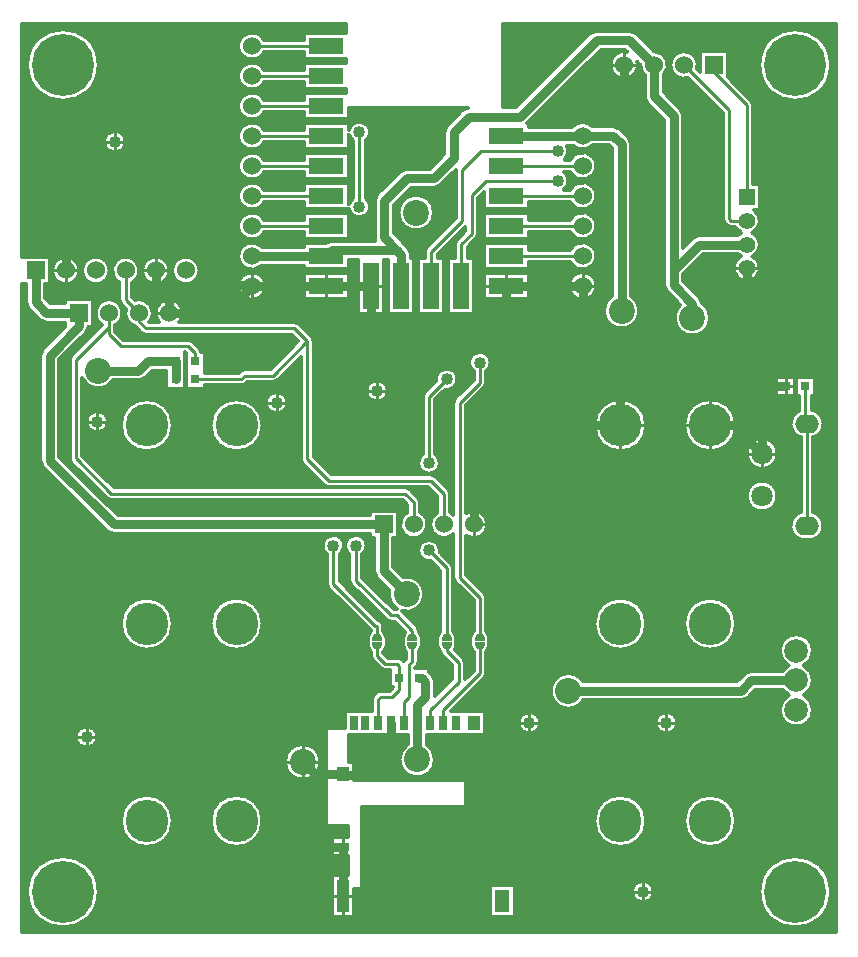
<source format=gtl>
G04 DesignSpark PCB Gerber Version 10.0 Build 5299*
%FSLAX35Y35*%
%MOMM*%
%AMT82*0 Bullet Pad at angle 0*4,1,26,-0.40000,-0.30000,0.40000,-0.30000,0.40000,-0.10000,0.39630,-0.04550,0.38520,0.00800,0.36690,0.05940,0.34180,0.10790,0.31030,0.15250,0.27300,0.19240,0.23060,0.22680,0.18400,0.25520,0.13390,0.27690,0.08130,0.29160,0.02720,0.29900,-0.02740,0.29900,-0.08150,0.29160,-0.13410,0.27690,-0.18420,0.25510,-0.23080,0.22670,-0.27310,0.19220,-0.31030,0.15230,-0.34180,0.10770,-0.36690,0.05920,-0.38520,0.00780,-0.39630,-0.04570,-0.40000,-0.10000,-0.40000,-0.30000,0*%
%ADD82T82*%
%ADD77R,0.70000X1.20000*%
%ADD84R,0.80000X0.80000*%
%ADD76R,1.00000X1.20000*%
%ADD79R,1.00000X2.80000*%
%ADD75R,1.30000X1.90000*%
%ADD74R,1.35000X3.90000*%
%ADD120R,1.52400X1.52400*%
%ADD12C,0.25400*%
%ADD11C,0.30480*%
%ADD26C,0.80000*%
%ADD28C,1.01600*%
%ADD88C,1.40000*%
%ADD15C,1.52400*%
%ADD29C,1.80000*%
%ADD80C,2.00000*%
%ADD27C,2.20000*%
%ADD85C,3.60000*%
%ADD119O,2.00000X1.60000*%
%ADD78R,1.00000X0.80000*%
%ADD73R,3.00000X1.35000*%
%ADD81C,5.25000*%
%AMT83*0 Bullet Pad at angle 180*4,1,26,0.40000,0.30000,-0.40000,0.30000,-0.40000,0.10000,-0.39630,0.04550,-0.38520,-0.00800,-0.36690,-0.05940,-0.34180,-0.10790,-0.31030,-0.15250,-0.27300,-0.19240,-0.23060,-0.22680,-0.18400,-0.25520,-0.13390,-0.27690,-0.08130,-0.29160,-0.02720,-0.29900,0.02740,-0.29900,0.08150,-0.29160,0.13410,-0.27690,0.18420,-0.25510,0.23080,-0.22670,0.27310,-0.19220,0.31030,-0.15230,0.34180,-0.10770,0.36690,-0.05920,0.38520,-0.00780,0.39630,0.04570,0.40000,0.10000,0.40000,0.30000,0*%
%ADD83T83*%
%ADD87R,1.42000X1.40000*%
%ADD89R,1.53000X1.52400*%
%ADD86R,1.54000X1.52400*%
X0Y0D02*
D02*
D11*
X1001120Y6258440D02*
Y771120D01*
X3755240D01*
Y899640D01*
X3624640D01*
Y1260840D01*
X3755240D01*
Y1414640D01*
X3624640D01*
Y1575840D01*
X3755240D01*
Y1675240D01*
X3575240D01*
Y2505240D01*
X3734640D01*
Y2645840D01*
X3961900D01*
Y2745240D01*
G75*
G02*
X3977600Y2783030I53340J0D01*
G01*
X3997450Y2802880D01*
G75*
G02*
X4035240Y2818580I37790J-37640D01*
G01*
X4113150D01*
X4139210Y2844640D01*
X4114640D01*
Y2991900D01*
X4075300D01*
G75*
G02*
X4037520Y3007520I-70J53340D01*
G01*
X3967520Y3077520D01*
G75*
G02*
X3951900Y3115240I37720J37720D01*
G01*
Y3144810D01*
G75*
G02*
X3924830Y3199640I53340J60430D01*
G01*
X3924640D01*
Y3265840D01*
X3924830D01*
G75*
G02*
X3951900Y3320670I80410J-5600D01*
G01*
Y3328150D01*
X3597520Y3682520D01*
G75*
G02*
X3581900Y3720240I37720J37720D01*
G01*
Y3970970D01*
G75*
G02*
X3543800Y4045240I53340J74270D01*
G01*
G75*
G02*
X3726680I91440J0D01*
G01*
G75*
G02*
X3688580Y3970970I-91440J0D01*
G01*
Y3742330D01*
X4012880Y3418030D01*
G75*
G02*
X4058580Y3365240I-7640J-52790D01*
G01*
Y3320670D01*
G75*
G02*
X4085650Y3265840I-53340J-60430D01*
G01*
X4085840D01*
Y3199640D01*
X4085650D01*
G75*
G02*
X4058580Y3144810I-80410J5600D01*
G01*
Y3137330D01*
X4097330Y3098580D01*
X4175240D01*
G75*
G02*
X4213030Y3082880I0J-53340D01*
G01*
X4230950Y3064960D01*
G75*
G02*
X4237520Y3072960I44330J-29710D01*
G01*
X4251900Y3087330D01*
Y3144810D01*
G75*
G02*
X4224830Y3199640I53340J60430D01*
G01*
X4224640D01*
Y3265840D01*
X4224830D01*
G75*
G02*
X4243270Y3311780I80420J-5610D01*
G01*
X4153150Y3401900D01*
X4125300D01*
G75*
G02*
X4087520Y3417520I-70J53340D01*
G01*
X4057700Y3447350D01*
X3787880Y3712170D01*
G75*
G02*
X3771900Y3750240I37360J38070D01*
G01*
Y3970970D01*
G75*
G02*
X3733800Y4045240I53340J74270D01*
G01*
G75*
G02*
X3916680I91440J0D01*
G01*
G75*
G02*
X3878580Y3970970I-91440J0D01*
G01*
Y3772630D01*
X4132590Y3523320D01*
G75*
G02*
X4132960Y3522960I-36780J-38170D01*
G01*
X4147330Y3508580D01*
X4173690D01*
G75*
G02*
X4108250Y3668190I81550J126660D01*
G01*
X4005050Y3771390D01*
G75*
G02*
X3981430Y3828410I57020J57020D01*
G01*
Y4108440D01*
X3944940D01*
Y4144600D01*
X1775290D01*
G75*
G02*
X1718220Y4168220I-40J80650D01*
G01*
X1178220Y4708220D01*
G75*
G02*
X1154600Y4765240I57020J57020D01*
G01*
Y5655240D01*
G75*
G02*
X1178220Y5712260I80640J0D01*
G01*
X1364440Y5898480D01*
Y5934600D01*
X1205290D01*
G75*
G02*
X1148220Y5958220I-40J80650D01*
G01*
X1058220Y6048220D01*
G75*
G02*
X1034600Y6105240I57020J57020D01*
G01*
Y6258440D01*
X1001120D01*
X1834600Y1715240D02*
G75*
G02*
X2275880I220640J0D01*
G01*
G75*
G02*
X1834600I-220640J0D01*
G01*
Y3385240D02*
G75*
G02*
X2275880I220640J0D01*
G01*
G75*
G02*
X1834600I-220640J0D01*
G01*
X2594600Y1715240D02*
G75*
G02*
X3035880I220640J0D01*
G01*
G75*
G02*
X2594600I-220640J0D01*
G01*
Y3385240D02*
G75*
G02*
X3035880I220640J0D01*
G01*
G75*
G02*
X2594600I-220640J0D01*
G01*
X3224600Y2215240D02*
G75*
G02*
X3525880I150640J0D01*
G01*
G75*
G02*
X3224600I-150640J0D01*
G01*
X1453800Y2425240D02*
G75*
G02*
X1636680I91440J0D01*
G01*
G75*
G02*
X1453800I-91440J0D01*
G01*
X1042100Y1115240D02*
G75*
G02*
X1648380I303140J0D01*
G01*
G75*
G02*
X1042100I-303140J0D01*
G01*
X1016360D02*
G36*
X1016360Y1115240D02*
Y786360D01*
X3755240D01*
Y899640D01*
X3624640D01*
Y1115240D01*
X1648380D01*
G75*
G02*
X1042100I-303140J0D01*
G01*
X1016360D01*
G37*
Y1715240D02*
G36*
X1016360Y1715240D02*
Y1115240D01*
X1042100D01*
G75*
G02*
X1648380I303140J0D01*
G01*
X3624640D01*
Y1260840D01*
X3755240D01*
Y1414640D01*
X3624640D01*
Y1575840D01*
X3755240D01*
Y1675240D01*
X3575240D01*
Y1715240D01*
X3035880D01*
G75*
G02*
X2594600I-220640J0D01*
G01*
X2275880D01*
G75*
G02*
X1834600I-220640J0D01*
G01*
X1016360D01*
G37*
Y2215240D02*
G36*
X1016360Y2215240D02*
Y1715240D01*
X1834600D01*
G75*
G02*
X2275880I220640J0D01*
G01*
X2594600D01*
G75*
G02*
X3035880I220640J0D01*
G01*
X3575240D01*
Y2215240D01*
X3525880D01*
G75*
G02*
X3224600I-150640J0D01*
G01*
X1016360D01*
G37*
Y2425240D02*
G36*
X1016360Y2425240D02*
Y2215240D01*
X3224600D01*
G75*
G02*
X3525880I150640J0D01*
G01*
X3575240D01*
Y2425240D01*
X1636680D01*
G75*
G02*
X1453800I-91440J0D01*
G01*
X1016360D01*
G37*
Y3385240D02*
G36*
X1016360Y3385240D02*
Y2425240D01*
X1453800D01*
G75*
G02*
X1636680I91440J0D01*
G01*
X3575240D01*
Y2505240D01*
X3734640D01*
Y2645840D01*
X3961900D01*
Y2745240D01*
G75*
G02*
X3977600Y2783030I53330J0D01*
G01*
X3997450Y2802880D01*
G75*
G02*
X4035240Y2818580I37790J-37620D01*
G01*
X4113150D01*
X4139210Y2844640D01*
X4114640D01*
Y2991900D01*
X4075300D01*
G75*
G02*
X4037520Y3007520I-60J53360D01*
G01*
X3967520Y3077520D01*
G75*
G02*
X3951900Y3115240I37760J37730D01*
G01*
Y3144810D01*
G75*
G02*
X3924830Y3199640I53310J60420D01*
G01*
X3924640D01*
Y3265840D01*
X3924830D01*
G75*
G02*
X3951900Y3320670I80380J-5590D01*
G01*
Y3328150D01*
X3894810Y3385240D01*
X3035880D01*
G75*
G02*
X2594600I-220640J0D01*
G01*
X2275880D01*
G75*
G02*
X1834600I-220640J0D01*
G01*
X1016360D01*
G37*
X4058580Y3144810D02*
G36*
X4058580Y3144810D02*
Y3137330D01*
X4097330Y3098580D01*
X4175240D01*
G75*
G02*
X4213030Y3082880I0J-53320D01*
G01*
X4230950Y3064960D01*
G75*
G02*
X4236660Y3072080I44240J-29630D01*
G01*
Y3162880D01*
G75*
G02*
X4224830Y3199640I68550J42350D01*
G01*
X4224640D01*
Y3265840D01*
X4224830D01*
G75*
G02*
X4236660Y3302580I80480J-5640D01*
G01*
Y3318390D01*
X4169810Y3385240D01*
X4054690D01*
G75*
G02*
X4058580Y3365240I-49450J-20000D01*
G01*
Y3320670D01*
G75*
G02*
X4085650Y3265840I-53310J-60420D01*
G01*
X4085840D01*
Y3199640D01*
X4085650D01*
G75*
G02*
X4058580Y3144810I-80380J5590D01*
G01*
G37*
X1016360Y6243200D02*
G36*
X1016360Y6243200D02*
Y3385240D01*
X1834600D01*
G75*
G02*
X2275880I220640J0D01*
G01*
X2594600D01*
G75*
G02*
X3035880I220640J0D01*
G01*
X3894810D01*
X3597520Y3682520D01*
G75*
G02*
X3581900Y3720240I37760J37730D01*
G01*
Y3970970D01*
G75*
G02*
X3543800Y4045230I53320J74260D01*
G01*
G75*
G02*
Y4045240I95490J10D01*
G01*
G75*
G02*
X3726680I91440J0D01*
G01*
G75*
G02*
Y4045230I-95490J0D01*
G01*
G75*
G02*
X3688580Y3970970I-91420J0D01*
G01*
Y3742330D01*
X4012880Y3418030D01*
G75*
G02*
X4054690Y3385240I-7640J-52790D01*
G01*
X4169810D01*
X4153150Y3401900D01*
X4125300D01*
G75*
G02*
X4087520Y3417520I-60J53360D01*
G01*
X4057700Y3447350D01*
X3787880Y3712170D01*
G75*
G02*
X3771900Y3750240I37410J38090D01*
G01*
Y3970970D01*
G75*
G02*
X3733800Y4045230I53320J74260D01*
G01*
G75*
G02*
Y4045240I95490J10D01*
G01*
G75*
G02*
X3916680I91440J0D01*
G01*
G75*
G02*
Y4045230I-95490J0D01*
G01*
G75*
G02*
X3878580Y3970970I-91420J0D01*
G01*
Y3772630D01*
X4132590Y3523320D01*
G75*
G02*
X4132960Y3522960I-6480J-7030D01*
G01*
X4147330Y3508580D01*
X4173690D01*
G75*
G02*
X4104600Y3635230I81540J126650D01*
G01*
G75*
G02*
X4108250Y3668190I150660J0D01*
G01*
X4005050Y3771390D01*
G75*
G02*
X3981430Y3828410I57030J57030D01*
G01*
Y4108440D01*
X3944940D01*
Y4144600D01*
X1775290D01*
G75*
G02*
X1718220Y4168220I-50J80630D01*
G01*
X1178220Y4708220D01*
G75*
G02*
X1154600Y4765240I57030J57030D01*
G01*
Y5655240D01*
G75*
G02*
X1178220Y5712260I80650J-10D01*
G01*
X1364440Y5898480D01*
Y5934600D01*
X1205290D01*
G75*
G02*
X1148220Y5958220I-50J80630D01*
G01*
X1058220Y6048220D01*
G75*
G02*
X1034600Y6105240I57030J57030D01*
G01*
Y6243200D01*
X1016360D01*
G37*
X1001120Y8459360D02*
Y6492040D01*
X1232040D01*
Y6258440D01*
X1195880D01*
Y6138640D01*
X1238640Y6095880D01*
X1364440D01*
Y6132040D01*
X1599740D01*
Y5898440D01*
X1562630D01*
G75*
G02*
X1539090Y5845050I-80560J3630D01*
G01*
X1315880Y5621840D01*
Y4798640D01*
X1808640Y4305880D01*
X3944940D01*
Y4342040D01*
X4179240D01*
Y4108440D01*
X4142710D01*
Y3861810D01*
X4222290Y3782230D01*
G75*
G02*
X4405880Y3635240I32950J-146990D01*
G01*
G75*
G02*
X4216160Y3489760I-150640J0D01*
G01*
X4342960Y3362960D01*
G75*
G02*
X4358580Y3325240I-37720J-37720D01*
G01*
Y3320670D01*
G75*
G02*
X4385650Y3265840I-53340J-60430D01*
G01*
X4385840D01*
Y3199640D01*
X4385650D01*
G75*
G02*
X4358580Y3144810I-80410J5600D01*
G01*
Y3065240D01*
G75*
G02*
X4342960Y3027520I-53340J0D01*
G01*
X4328580Y3013150D01*
Y3005840D01*
X4357800D01*
G75*
G02*
X4360340Y3005880I2540J-80640D01*
G01*
X4385190D01*
G75*
G02*
X4387780Y3005840I50J-80790D01*
G01*
X4440940D01*
Y2983550D01*
G75*
G02*
X4442260Y2982260I-55670J-58290D01*
G01*
X4472260Y2952260D01*
G75*
G02*
X4495880Y2895240I-57020J-57020D01*
G01*
Y2771310D01*
X4641900Y2917330D01*
Y3033150D01*
X4557520Y3117520D01*
G75*
G02*
X4543160Y3143730I37730J37710D01*
G01*
G75*
G02*
X4514830Y3199640I52080J61520D01*
G01*
X4514640D01*
Y3265840D01*
X4514830D01*
G75*
G02*
X4541900Y3320670I80410J-5600D01*
G01*
Y3833150D01*
X4460040Y3915010D01*
G75*
G02*
X4353800Y4005240I-14800J90230D01*
G01*
G75*
G02*
X4536680I91440J0D01*
G01*
G75*
G02*
X4535470Y3990440I-91450J30D01*
G01*
X4632960Y3892960D01*
G75*
G02*
X4648580Y3855240I-37720J-37720D01*
G01*
Y3320670D01*
G75*
G02*
X4675650Y3265840I-53340J-60430D01*
G01*
X4675840D01*
Y3199640D01*
X4675650D01*
G75*
G02*
X4663510Y3162400I-80410J5620D01*
G01*
X4732960Y3092960D01*
G75*
G02*
X4748580Y3055240I-37720J-37720D01*
G01*
Y2914010D01*
X4821900Y2987330D01*
Y3144810D01*
G75*
G02*
X4794830Y3199640I53340J60430D01*
G01*
X4794640D01*
Y3265840D01*
X4794830D01*
G75*
G02*
X4821900Y3320670I80410J-5600D01*
G01*
Y3583150D01*
X4667520Y3737520D01*
G75*
G02*
X4651900Y3775240I37720J37720D01*
G01*
Y4141840D01*
G75*
G02*
X4453230Y4225240I-81830J83400D01*
G01*
G75*
G02*
X4516730Y4329190I116840J0D01*
G01*
Y4463150D01*
X4437980Y4541900D01*
X3595300D01*
G75*
G02*
X3557520Y4557520I-70J53340D01*
G01*
X3377520Y4737520D01*
G75*
G02*
X3361900Y4775240I37720J37720D01*
G01*
Y5646470D01*
X3162960Y5447520D01*
G75*
G02*
X3125180Y5431900I-37710J37720D01*
G01*
X2907330D01*
X2892960Y5417520D01*
G75*
G02*
X2855180Y5401900I-37710J37720D01*
G01*
X2545840D01*
Y5374640D01*
X2384640D01*
Y5680410D01*
X2383150Y5681900D01*
X2380740D01*
Y5607780D01*
G75*
G02*
X2380780Y5605240I-80640J-2540D01*
G01*
Y5455240D01*
G75*
G02*
X2380740Y5452700I-80680J0D01*
G01*
Y5374640D01*
X2302680D01*
G75*
G02*
X2297600I-2540J80620D01*
G01*
X2219540D01*
Y5452700D01*
G75*
G02*
X2219500Y5455240I80640J2540D01*
G01*
Y5524600D01*
X2098640D01*
X2042260Y5468220D01*
G75*
G02*
X1985190Y5444600I-57030J57030D01*
G01*
X1772480D01*
G75*
G02*
X1508580Y5461860I-127240J80640D01*
G01*
Y4807330D01*
X1777330Y4538580D01*
X4245180D01*
G75*
G02*
X4282960Y4522960I70J-53340D01*
G01*
X4353790Y4452130D01*
G75*
G02*
X4369410Y4414410I-37720J-37720D01*
G01*
Y4329190D01*
G75*
G02*
X4316070Y4108400I-53340J-103950D01*
G01*
G75*
G02*
X4262730Y4329190I0J116840D01*
G01*
Y4392320D01*
X4223150Y4431900D01*
X1755300D01*
G75*
G02*
X1717520Y4447520I-70J53340D01*
G01*
X1417520Y4747520D01*
G75*
G02*
X1401900Y4785240I37720J37720D01*
G01*
Y5615240D01*
G75*
G02*
X1417520Y5652960I53340J0D01*
G01*
X1678270Y5913700D01*
G75*
G02*
X1736070Y6132080I57800J101540D01*
G01*
G75*
G02*
X1788580Y5910860I0J-116840D01*
G01*
Y5857330D01*
X1857330Y5788580D01*
X2405180D01*
G75*
G02*
X2442960Y5772960I70J-53340D01*
G01*
X2502960Y5712960D01*
G75*
G02*
X2517520Y5685840I-37720J-37720D01*
G01*
X2545840D01*
Y5508580D01*
X2833150D01*
X2847520Y5522960D01*
G75*
G02*
X2885300Y5538580I37710J-37720D01*
G01*
X3103150D01*
X3339810Y5775240D01*
X3283150Y5831900D01*
X2045240D01*
G75*
G02*
X2007490Y5847560I10J53340D01*
G01*
X1952380Y5902640D01*
G75*
G02*
X1949590Y5905630I37600J37880D01*
G01*
G75*
G02*
X1878850Y6051030I40480J109600D01*
G01*
X1839520Y6090350D01*
G75*
G02*
X1823900Y6128070I37720J37720D01*
G01*
Y6271290D01*
G75*
G02*
X1877240Y6492080I53340J103950D01*
G01*
G75*
G02*
X1930580Y6271290I0J-116840D01*
G01*
Y6150160D01*
X1954280Y6126460D01*
G75*
G02*
X2078250Y5938580I35790J-111230D01*
G01*
X2155890D01*
G75*
G02*
X2244070Y6132080I88180J76660D01*
G01*
G75*
G02*
X2332250Y5938580I0J-116840D01*
G01*
X3305180D01*
G75*
G02*
X3342960Y5922960I70J-53340D01*
G01*
X3452960Y5812960D01*
G75*
G02*
X3455000Y5810800I-37750J-37700D01*
G01*
G75*
G02*
X3468580Y5775240I-39760J-35560D01*
G01*
Y4797330D01*
X3617330Y4648580D01*
X4460010D01*
G75*
G02*
X4497790Y4632960I70J-53340D01*
G01*
X4607790Y4522960D01*
G75*
G02*
X4623410Y4485240I-37720J-37720D01*
G01*
Y4329190D01*
G75*
G02*
X4651900Y4308640I-53330J-103960D01*
G01*
Y5255240D01*
G75*
G02*
X4667520Y5292960I53340J0D01*
G01*
X4821900Y5447330D01*
Y5520970D01*
G75*
G02*
X4783800Y5595240I53340J74270D01*
G01*
G75*
G02*
X4966680I91440J0D01*
G01*
G75*
G02*
X4928580Y5520970I-91440J0D01*
G01*
Y5425240D01*
G75*
G02*
X4912960Y5387520I-53340J0D01*
G01*
X4758580Y5233150D01*
Y4322000D01*
G75*
G02*
X4940910Y4225240I65490J-96760D01*
G01*
G75*
G02*
X4758580Y4128480I-116840J0D01*
G01*
Y3797330D01*
X4912960Y3642960D01*
G75*
G02*
X4928580Y3605240I-37720J-37720D01*
G01*
Y3320670D01*
G75*
G02*
X4955650Y3265840I-53340J-60430D01*
G01*
X4955840D01*
Y3199640D01*
X4955650D01*
G75*
G02*
X4928580Y3144810I-80410J5600D01*
G01*
Y2965240D01*
G75*
G02*
X4912960Y2927520I-53340J0D01*
G01*
X4631270Y2645840D01*
X4920840D01*
Y2444640D01*
X4425880D01*
Y2362480D01*
G75*
G02*
X4495880Y2235240I-80640J-127240D01*
G01*
G75*
G02*
X4194600I-150640J0D01*
G01*
G75*
G02*
X4264600Y2362480I150640J0D01*
G01*
Y2444640D01*
X3765240D01*
Y2215840D01*
X3805840D01*
Y2065240D01*
X4755240D01*
Y1835240D01*
X3875240D01*
Y771120D01*
X7889360D01*
Y8459360D01*
X5075240D01*
Y7755880D01*
X5181840D01*
X5808220Y8382260D01*
G75*
G02*
X5865290Y8405880I57030J-57030D01*
G01*
X6140360D01*
G75*
G02*
X6197430Y8382260I40J-80650D01*
G01*
X6347640Y8232050D01*
G75*
G02*
X6350410Y8232080I2650J-117020D01*
G01*
G75*
G02*
X6431050Y8030690I0J-116840D01*
G01*
Y7883470D01*
X6572260Y7742260D01*
G75*
G02*
X6595880Y7685240I-57020J-57020D01*
G01*
Y6569920D01*
X6678220Y6652260D01*
G75*
G02*
X6735290Y6675880I57030J-57030D01*
G01*
X7059490D01*
G75*
G02*
X7087900Y6695240I75750J-80640D01*
G01*
G75*
G02*
X7038310Y6741900I47340J100000D01*
G01*
X7005240D01*
G75*
G02*
X6967450Y6757600I0J53340D01*
G01*
X6948430Y6776620D01*
G75*
G02*
X6932730Y6814410I37640J37790D01*
G01*
Y7712320D01*
X6640830Y8004220D01*
G75*
G02*
X6487570Y8115240I-36420J111020D01*
G01*
G75*
G02*
X6604410Y8232080I116840J0D01*
G01*
G75*
G02*
X6715830Y8080080I0J-116830D01*
G01*
X6741240Y8054670D01*
Y8232040D01*
X6975540D01*
Y8010370D01*
X7172960Y7812960D01*
G75*
G02*
X7188580Y7775240I-37720J-37720D01*
G01*
Y7105840D01*
X7246840D01*
Y6884640D01*
X7200420D01*
G75*
G02*
X7182580Y6695240I-65180J-89400D01*
G01*
G75*
G02*
Y6495240I-47340J-100000D01*
G01*
G75*
G02*
X7135240Y6284600I-47340J-100000D01*
G01*
G75*
G02*
X7087900Y6495240I0J110640D01*
G01*
G75*
G02*
X7059490Y6514600I47340J100000D01*
G01*
X6768640D01*
X6595880Y6341840D01*
Y6288640D01*
X6732260Y6152260D01*
G75*
G02*
X6755530Y6102700I-57020J-57010D01*
G01*
G75*
G02*
X6825880Y5975240I-80300J-127460D01*
G01*
G75*
G02*
X6524600I-150640J0D01*
G01*
G75*
G02*
X6571740Y6084700I150650J0D01*
G01*
X6458220Y6198220D01*
G75*
G02*
X6434600Y6255240I57020J57020D01*
G01*
Y7651840D01*
X6293390Y7793050D01*
G75*
G02*
X6269770Y7850070I57020J57020D01*
G01*
Y8030690D01*
G75*
G02*
X6233570Y8115240I80640J84550D01*
G01*
G75*
G02*
X6233600Y8118010I117140J120D01*
G01*
X6210310Y8141300D01*
G75*
G02*
X6096410Y7998400I-113900J-26060D01*
G01*
G75*
G02*
X5979570Y8115240I0J116840D01*
G01*
G75*
G02*
X6122470Y8229140I116850J0D01*
G01*
X6107010Y8244600D01*
X5898640D01*
X5275380Y7621340D01*
X5289840D01*
Y7593880D01*
X5658830D01*
G75*
G02*
X5829790Y7595880I86410J-78640D01*
G01*
X6005190D01*
G75*
G02*
X6062260Y7572260I40J-80650D01*
G01*
X6132260Y7502260D01*
G75*
G02*
X6155880Y7445240I-57020J-57020D01*
G01*
Y6162480D01*
G75*
G02*
X6225880Y6035240I-80640J-127240D01*
G01*
G75*
G02*
X5924600I-150640J0D01*
G01*
G75*
G02*
X5994600Y6162480I150640J0D01*
G01*
Y7411840D01*
X5971840Y7434600D01*
X5829790D01*
G75*
G02*
X5662640Y7432600I-84550J80640D01*
G01*
X5613460D01*
G75*
G02*
X5593280Y7314580I-78220J-47360D01*
G01*
X5641290D01*
G75*
G02*
X5862080Y7261240I103950J-53340D01*
G01*
G75*
G02*
X5641290Y7207900I-116840J0D01*
G01*
X5590750D01*
G75*
G02*
X5588030Y7060580I-55510J-72660D01*
G01*
X5641290D01*
G75*
G02*
X5862080Y7007240I103950J-53340D01*
G01*
G75*
G02*
X5641290Y6953900I-116840J0D01*
G01*
X5289840D01*
Y6897140D01*
X4908640D01*
Y7043210D01*
X4858580Y6993150D01*
Y6685240D01*
G75*
G02*
X4842960Y6647520I-53340J0D01*
G01*
X4771580Y6576150D01*
Y6478840D01*
X4826340D01*
Y6007640D01*
X4610140D01*
Y6478840D01*
X4664900D01*
Y6598240D01*
G75*
G02*
X4680520Y6635960I53340J0D01*
G01*
X4751900Y6707330D01*
Y6746470D01*
X4517580Y6512150D01*
Y6478840D01*
X4572340D01*
Y6007640D01*
X4356140D01*
Y6478840D01*
X4410900D01*
Y6534240D01*
G75*
G02*
X4426520Y6571960I53340J0D01*
G01*
X4671900Y6817330D01*
Y7225240D01*
G75*
G02*
X4671970Y7227930I53450J-40D01*
G01*
X4542260Y7098220D01*
G75*
G02*
X4485190Y7074600I-57030J57030D01*
G01*
X4288640D01*
X4145880Y6931840D01*
Y6688640D01*
X4220850Y6613680D01*
G75*
G02*
X4233480Y6603310I-45620J-68440D01*
G01*
X4268310Y6568480D01*
G75*
G02*
X4292480Y6510240I-58070J-58240D01*
G01*
Y6478840D01*
X4318340D01*
Y6007640D01*
X4102140D01*
Y6463000D01*
X4064340D01*
Y6007640D01*
X3848140D01*
Y6463000D01*
X3765840D01*
Y6389140D01*
X3384640D01*
Y6416600D01*
X3029790D01*
G75*
G02*
X2828400Y6497240I-84550J80640D01*
G01*
G75*
G02*
X3029790Y6577880I116840J0D01*
G01*
X3384640D01*
Y6605340D01*
X3567100D01*
G75*
G02*
X3623240Y6627480I56140J-60110D01*
G01*
X3989530D01*
G75*
G02*
X3984600Y6655240I75710J27760D01*
G01*
Y6965240D01*
G75*
G02*
X4008220Y7022260I80640J0D01*
G01*
X4198220Y7212260D01*
G75*
G02*
X4255290Y7235880I57030J-57030D01*
G01*
X4451840D01*
X4574600Y7358640D01*
Y7545240D01*
G75*
G02*
X4598220Y7602260I80640J0D01*
G01*
X4728220Y7732260D01*
G75*
G02*
X4775100Y7755240I57020J-57020D01*
G01*
X3765840D01*
Y7659140D01*
X3384640D01*
Y7713900D01*
X3049190D01*
G75*
G02*
X2828400Y7767240I-103950J53340D01*
G01*
G75*
G02*
X3049190Y7820580I116840J0D01*
G01*
X3384640D01*
Y7875340D01*
X3745240D01*
Y7913140D01*
X3384640D01*
Y7967900D01*
X3049190D01*
G75*
G02*
X2828400Y8021240I-103950J53340D01*
G01*
G75*
G02*
X3049190Y8074580I116840J0D01*
G01*
X3384640D01*
Y8129340D01*
X3745240D01*
Y8167140D01*
X3384640D01*
Y8221900D01*
X3049190D01*
G75*
G02*
X2828400Y8275240I-103950J53340D01*
G01*
G75*
G02*
X3049190Y8328580I116840J0D01*
G01*
X3384640D01*
Y8383340D01*
X3745240D01*
Y8459360D01*
X1001120D01*
X7242100Y8115240D02*
G75*
G02*
X7848380I303140J0D01*
G01*
G75*
G02*
X7242100I-303140J0D01*
G01*
X7683680Y5196420D02*
G75*
G02*
X7698580Y4961340I-18440J-119180D01*
G01*
Y4329140D01*
G75*
G02*
X7665240Y4092640I-33340J-115900D01*
G01*
X7625240D01*
G75*
G02*
X7591900Y4329140I0J120600D01*
G01*
Y4961340D01*
G75*
G02*
X7577000Y5187770I33340J115900D01*
G01*
Y5314640D01*
X7549740D01*
Y5475840D01*
X7710940D01*
Y5314640D01*
X7683680D01*
Y5196420D01*
X7384640Y5475840D02*
X7545840D01*
Y5314640D01*
X7384640D01*
Y5475840D01*
X7414600Y3155240D02*
G75*
G02*
X7695880I140640J0D01*
G01*
G75*
G02*
X7619700Y3030240I-140640J0D01*
G01*
G75*
G02*
Y2780240I-64460J-125000D01*
G01*
G75*
G02*
X7695880Y2655240I-64460J-125000D01*
G01*
G75*
G02*
X7414600I-140640J0D01*
G01*
G75*
G02*
X7490780Y2780240I140640J0D01*
G01*
G75*
G02*
X7440020Y2824600I64460J124990D01*
G01*
X7208640D01*
X7142260Y2758220D01*
G75*
G02*
X7085190Y2734600I-57030J57030D01*
G01*
X5752480D01*
G75*
G02*
X5474600Y2815240I-127240J80640D01*
G01*
G75*
G02*
X5752480Y2895880I150640J0D01*
G01*
X7051840D01*
X7118220Y2962260D01*
G75*
G02*
X7175290Y2985880I57030J-57030D01*
G01*
X7440020D01*
G75*
G02*
X7490780Y3030240I115220J-80630D01*
G01*
G75*
G02*
X7414600Y3155240I64460J125000D01*
G01*
X7242100Y1115240D02*
G75*
G02*
X7848380I303140J0D01*
G01*
G75*
G02*
X7242100I-303140J0D01*
G01*
X5844600Y1715240D02*
G75*
G02*
X6285880I220640J0D01*
G01*
G75*
G02*
X5844600I-220640J0D01*
G01*
X6163800Y1115240D02*
G75*
G02*
X6346680I91440J0D01*
G01*
G75*
G02*
X6163800I-91440J0D01*
G01*
X6363800Y2545240D02*
G75*
G02*
X6546680I91440J0D01*
G01*
G75*
G02*
X6363800I-91440J0D01*
G01*
X6604600Y1715240D02*
G75*
G02*
X7045880I220640J0D01*
G01*
G75*
G02*
X6604600I-220640J0D01*
G01*
X7134600Y4465240D02*
G75*
G02*
X7395880I130640J0D01*
G01*
G75*
G02*
X7134600I-130640J0D01*
G01*
Y4825240D02*
G75*
G02*
X7395880I130640J0D01*
G01*
G75*
G02*
X7134600I-130640J0D01*
G01*
X6604600Y3385240D02*
G75*
G02*
X7045880I220640J0D01*
G01*
G75*
G02*
X6604600I-220640J0D01*
G01*
Y5065240D02*
G75*
G02*
X7045880I220640J0D01*
G01*
G75*
G02*
X6604600I-220640J0D01*
G01*
X4908640Y6351340D02*
X5289840D01*
Y6135140D01*
X4908640D01*
Y6351340D01*
X5203800Y2545240D02*
G75*
G02*
X5386680I91440J0D01*
G01*
G75*
G02*
X5203800I-91440J0D01*
G01*
X5640280Y6550580D02*
G75*
G02*
X5862080Y6499240I104960J-51340D01*
G01*
G75*
G02*
X5642340Y6443900I-116840J0D01*
G01*
X5289840D01*
Y6389140D01*
X4908640D01*
Y6605340D01*
X5289840D01*
Y6550580D01*
X5640280D01*
X5628400Y6245240D02*
G75*
G02*
X5862080I116840J0D01*
G01*
G75*
G02*
X5628400I-116840J0D01*
G01*
X5844600Y3385240D02*
G75*
G02*
X6285880I220640J0D01*
G01*
G75*
G02*
X5844600I-220640J0D01*
G01*
Y5065240D02*
G75*
G02*
X6285880I220640J0D01*
G01*
G75*
G02*
X5844600I-220640J0D01*
G01*
X5641290Y6806580D02*
G75*
G02*
X5862080Y6753240I103950J-53340D01*
G01*
G75*
G02*
X5641290Y6699900I-116840J0D01*
G01*
X5289840D01*
Y6643140D01*
X4908640D01*
Y6859340D01*
X5289840D01*
Y6806580D01*
X5641290D01*
X4503800Y5455240D02*
G75*
G02*
X4686680I91440J0D01*
G01*
G75*
G02*
X4580440Y5365010I-91440J0D01*
G01*
X4498580Y5283150D01*
Y4819510D01*
G75*
G02*
X4536680Y4745240I-53340J-74270D01*
G01*
G75*
G02*
X4353800I-91440J0D01*
G01*
G75*
G02*
X4391900Y4819510I91440J0D01*
G01*
Y5305240D01*
G75*
G02*
X4407520Y5342960I53340J0D01*
G01*
X4505010Y5440440D01*
G75*
G02*
X4503800Y5455240I90240J14830D01*
G01*
X4186600Y6865540D02*
G75*
G02*
X4487880I150640J0D01*
G01*
G75*
G02*
X4186600I-150640J0D01*
G01*
X3913800Y5355240D02*
G75*
G02*
X4096680I91440J0D01*
G01*
G75*
G02*
X3913800I-91440J0D01*
G01*
X3384640Y6351340D02*
X3765840D01*
Y6135140D01*
X3384640D01*
Y6351340D01*
X1042100Y8115240D02*
G75*
G02*
X1648380I303140J0D01*
G01*
G75*
G02*
X1042100I-303140J0D01*
G01*
X1623240Y6492080D02*
G75*
G02*
Y6258400I0J-116840D01*
G01*
G75*
G02*
X1506400Y6375240I0J116840D01*
G01*
G75*
G02*
X1623240Y6492080I116840J0D01*
G01*
X1369240D02*
G75*
G02*
X1486080Y6375240I0J-116840D01*
G01*
G75*
G02*
X1369240Y6258400I-116840J0D01*
G01*
G75*
G02*
X1252400Y6375240I0J116840D01*
G01*
G75*
G02*
X1369240Y6492080I116840J0D01*
G01*
X1693800Y7465240D02*
G75*
G02*
X1876680I91440J0D01*
G01*
G75*
G02*
X1693800I-91440J0D01*
G01*
X2131240Y6492080D02*
G75*
G02*
X2248080Y6375240I0J-116840D01*
G01*
G75*
G02*
X2131240Y6258400I-116840J0D01*
G01*
G75*
G02*
X2014400Y6375240I0J116840D01*
G01*
G75*
G02*
X2131240Y6492080I116840J0D01*
G01*
X2385240D02*
G75*
G02*
X2502080Y6375240I0J-116840D01*
G01*
G75*
G02*
X2385240Y6258400I-116840J0D01*
G01*
G75*
G02*
X2268400Y6375240I0J116840D01*
G01*
G75*
G02*
X2385240Y6492080I116840J0D01*
G01*
X2828400Y6243240D02*
G75*
G02*
X3062080I116840J0D01*
G01*
G75*
G02*
X2828400I-116840J0D01*
G01*
X3384640Y6859340D02*
X3765840D01*
Y6643140D01*
X3384640D01*
Y6697900D01*
X3049190D01*
G75*
G02*
X2828400Y6751240I-103950J53340D01*
G01*
G75*
G02*
X3049190Y6804580I116840J0D01*
G01*
X3384640D01*
Y6859340D01*
X3765840Y7564450D02*
G75*
G02*
X3946680Y7545240I89400J-19210D01*
G01*
G75*
G02*
X3908580Y7470970I-91440J0D01*
G01*
Y6989510D01*
G75*
G02*
X3946680Y6915240I-53340J-74270D01*
G01*
G75*
G02*
X3765610Y6897140I-91440J0D01*
G01*
X3384640D01*
Y6951900D01*
X3049190D01*
G75*
G02*
X2828400Y7005240I-103950J53340D01*
G01*
G75*
G02*
X3049190Y7058580I116840J0D01*
G01*
X3384640D01*
Y7113340D01*
X3765840D01*
Y6934450D01*
G75*
G02*
X3801900Y6989510I89400J-19210D01*
G01*
Y7470970D01*
G75*
G02*
X3765840Y7526030I53340J74270D01*
G01*
Y7405140D01*
X3384640D01*
Y7459900D01*
X3049190D01*
G75*
G02*
X2828400Y7513240I-103950J53340D01*
G01*
G75*
G02*
X3049190Y7566580I116840J0D01*
G01*
X3384640D01*
Y7621340D01*
X3765840D01*
Y7564450D01*
X3384640Y7367340D02*
X3765840D01*
Y7151140D01*
X3384640D01*
Y7205900D01*
X3049190D01*
G75*
G02*
X2828400Y7259240I-103950J53340D01*
G01*
G75*
G02*
X3049190Y7312580I116840J0D01*
G01*
X3384640D01*
Y7367340D01*
X3063800Y5255240D02*
G75*
G02*
X3246680I91440J0D01*
G01*
G75*
G02*
X3063800I-91440J0D01*
G01*
X2594600Y5065240D02*
G75*
G02*
X3035880I220640J0D01*
G01*
G75*
G02*
X2594600I-220640J0D01*
G01*
X1834600D02*
G75*
G02*
X2275880I220640J0D01*
G01*
G75*
G02*
X1834600I-220640J0D01*
G01*
X1543800Y5095240D02*
G75*
G02*
X1726680I91440J0D01*
G01*
G75*
G02*
X1543800I-91440J0D01*
G01*
X4959640Y1170840D02*
X5170840D01*
Y899640D01*
X4959640D01*
Y1170840D01*
X3875240Y1115240D02*
G36*
X3875240Y1115240D02*
Y786360D01*
X7874120D01*
Y1115240D01*
X7848380D01*
G75*
G02*
X7242100I-303140J0D01*
G01*
X6346680D01*
G75*
G02*
X6163800I-91440J0D01*
G01*
X5170840D01*
Y899640D01*
X4959640D01*
Y1115240D01*
X3875240D01*
G37*
Y1715240D02*
G36*
X3875240Y1715240D02*
Y1115240D01*
X4959640D01*
Y1170840D01*
X5170840D01*
Y1115240D01*
X6163800D01*
G75*
G02*
X6346680I91440J0D01*
G01*
X7242100D01*
G75*
G02*
X7848380I303140J0D01*
G01*
X7874120D01*
Y1715240D01*
X7045880D01*
G75*
G02*
X6604600I-220640J0D01*
G01*
X6285880D01*
G75*
G02*
X5844600I-220640J0D01*
G01*
X3875240D01*
G37*
X3765240Y2444640D02*
G36*
X3765240Y2444640D02*
Y2215840D01*
X3805840D01*
Y2065240D01*
X4755240D01*
Y1835240D01*
X3875240D01*
Y1715240D01*
X5844600D01*
G75*
G02*
X6285880I220640J0D01*
G01*
X6604600D01*
G75*
G02*
X7045880I220640J0D01*
G01*
X7874120D01*
Y2545240D01*
X7642870D01*
G75*
G02*
X7467610I-87630J110000D01*
G01*
X6546680D01*
G75*
G02*
X6363800I-91440J0D01*
G01*
X5386680D01*
G75*
G02*
X5203800I-91440J0D01*
G01*
X4920840D01*
Y2444640D01*
X4425880D01*
Y2362480D01*
G75*
G02*
X4495880Y2235240I-80680J-127260D01*
G01*
G75*
G02*
X4194600I-150640J0D01*
G01*
G75*
G02*
X4264600Y2362480I150680J-20D01*
G01*
Y2444640D01*
X3765240D01*
G37*
X4495880Y2895240D02*
G36*
X4495880Y2895240D02*
Y2771310D01*
X4629810Y2905240D01*
X4495260D01*
G75*
G02*
X4495880Y2895240I-80040J-9980D01*
G01*
G37*
X4890680Y2905240D02*
G36*
X4890680Y2905240D02*
X4631270Y2645840D01*
X4920840D01*
Y2545240D01*
X5203800D01*
G75*
G02*
X5386680I91440J0D01*
G01*
X6363800D01*
G75*
G02*
X6546680I91440J0D01*
G01*
X7467610D01*
G75*
G02*
X7414600Y2655240I87630J110000D01*
G01*
G75*
G02*
Y2655250I114590J10D01*
G01*
G75*
G02*
X7490780Y2780240I140620J0D01*
G01*
G75*
G02*
X7440020Y2824600I64370J124870D01*
G01*
X7208640D01*
X7142260Y2758220D01*
G75*
G02*
X7085190Y2734600I-57020J57010D01*
G01*
X5752480D01*
G75*
G02*
X5474600Y2815240I-127240J80640D01*
G01*
G75*
G02*
X5504440Y2905240I150640J0D01*
G01*
X4890680D01*
G37*
X5746040D02*
G36*
X5746040Y2905240D02*
G75*
G02*
X5752480Y2895880I-120800J-90010D01*
G01*
X7051840D01*
X7061200Y2905240D01*
X5746040D01*
G37*
X7695880Y2655240D02*
G36*
X7695880Y2655240D02*
G75*
G02*
X7642870Y2545240I-140640J0D01*
G01*
X7874120D01*
Y2905240D01*
X7695880D01*
G75*
G02*
X7619700Y2780240I-140640J0D01*
G01*
G75*
G02*
X7695880Y2655250I-64440J-124990D01*
G01*
G75*
G02*
Y2655240I-114590J0D01*
G01*
G37*
X4328580Y3013150D02*
G36*
X4328580Y3013150D02*
Y3005840D01*
X4357800D01*
G75*
G02*
X4360340Y3005880I2540J-80640D01*
G01*
X4385190D01*
G75*
G02*
X4387780Y3005840I-10J-84570D01*
G01*
X4440940D01*
Y2983550D01*
G75*
G02*
X4442260Y2982260I-82570J-85810D01*
G01*
X4472260Y2952260D01*
G75*
G02*
X4495260Y2905240I-57030J-57030D01*
G01*
X4629810D01*
X4641900Y2917330D01*
Y3033150D01*
X4557520Y3117520D01*
G75*
G02*
X4543160Y3143730I37800J37750D01*
G01*
G75*
G02*
X4514830Y3199640I52110J61540D01*
G01*
X4514640D01*
Y3265840D01*
X4514830D01*
G75*
G02*
X4541900Y3320670I80380J-5590D01*
G01*
Y3385240D01*
X4320680D01*
X4342960Y3362960D01*
G75*
G02*
X4358580Y3325240I-37760J-37730D01*
G01*
Y3320670D01*
G75*
G02*
X4385650Y3265840I-53310J-60420D01*
G01*
X4385840D01*
Y3199640D01*
X4385650D01*
G75*
G02*
X4358580Y3144810I-80380J5590D01*
G01*
Y3065240D01*
G75*
G02*
X4342960Y3027520I-53380J10D01*
G01*
X4328580Y3013150D01*
G37*
X4648580Y3385240D02*
G36*
X4648580Y3385240D02*
Y3320670D01*
G75*
G02*
X4675650Y3265840I-53310J-60420D01*
G01*
X4675840D01*
Y3199640D01*
X4675650D01*
G75*
G02*
X4663510Y3162400I-80290J5580D01*
G01*
X4732960Y3092960D01*
G75*
G02*
X4748580Y3055240I-37760J-37730D01*
G01*
Y2914010D01*
X4821900Y2987330D01*
Y3144810D01*
G75*
G02*
X4794830Y3199640I53310J60420D01*
G01*
X4794640D01*
Y3265840D01*
X4794830D01*
G75*
G02*
X4821900Y3320670I80380J-5590D01*
G01*
Y3385240D01*
X4648580D01*
G37*
X4912960Y2927520D02*
G36*
X4912960Y2927520D02*
X4890680Y2905240D01*
X5504440D01*
G75*
G02*
X5746040I120800J-90010D01*
G01*
X7061200D01*
X7118220Y2962260D01*
G75*
G02*
X7175290Y2985880I57020J-57010D01*
G01*
X7440020D01*
G75*
G02*
X7490780Y3030240I115130J-80510D01*
G01*
G75*
G02*
X7414600Y3155230I64440J124990D01*
G01*
G75*
G02*
Y3155240I114590J10D01*
G01*
G75*
G02*
X7695880I140640J0D01*
G01*
G75*
G02*
Y3155230I-114590J0D01*
G01*
G75*
G02*
X7619700Y3030240I-140620J0D01*
G01*
G75*
G02*
X7695880Y2905240I-64460J-125000D01*
G01*
X7874120D01*
Y3385240D01*
X7045880D01*
G75*
G02*
X6604600I-220640J0D01*
G01*
X6285880D01*
G75*
G02*
X5844600I-220640J0D01*
G01*
X4928580D01*
Y3320670D01*
G75*
G02*
X4955650Y3265840I-53310J-60420D01*
G01*
X4955840D01*
Y3199640D01*
X4955650D01*
G75*
G02*
X4928580Y3144810I-80380J5590D01*
G01*
Y2965240D01*
G75*
G02*
X4912960Y2927520I-53380J10D01*
G01*
G37*
X1699800Y4465240D02*
G36*
X1699800Y4465240D02*
X1649280D01*
X1808640Y4305880D01*
X3944940D01*
Y4342040D01*
X4179240D01*
Y4108440D01*
X4142710D01*
Y3861810D01*
X4222290Y3782230D01*
G75*
G02*
X4405880Y3635240I32950J-146990D01*
G01*
G75*
G02*
Y3635230I-286480J0D01*
G01*
G75*
G02*
X4216160Y3489760I-150630J0D01*
G01*
X4320680Y3385240D01*
X4541900D01*
Y3833150D01*
X4460040Y3915010D01*
G75*
G02*
X4353800Y4005240I-14790J90240D01*
G01*
G75*
G02*
X4536680I91440J0D01*
G01*
G75*
G02*
Y4005180I-85940J-30D01*
G01*
G75*
G02*
X4535470Y3990440I-90360J0D01*
G01*
X4632960Y3892960D01*
G75*
G02*
X4648580Y3855240I-37760J-37730D01*
G01*
Y3385240D01*
X4821900D01*
Y3583150D01*
X4667520Y3737520D01*
G75*
G02*
X4651900Y3775240I37760J37730D01*
G01*
Y4141840D01*
G75*
G02*
X4453230Y4225240I-81830J83400D01*
G01*
G75*
G02*
X4516730Y4329190I116850J-10D01*
G01*
Y4463150D01*
X4514640Y4465240D01*
X4340680D01*
X4353790Y4452130D01*
G75*
G02*
X4369410Y4414410I-37760J-37730D01*
G01*
Y4329190D01*
G75*
G02*
X4432910Y4225240I-53340J-103950D01*
G01*
G75*
G02*
X4316070Y4108400I-116840J0D01*
G01*
G75*
G02*
X4199230Y4225240I0J116840D01*
G01*
G75*
G02*
X4262730Y4329190I116840J0D01*
G01*
Y4392320D01*
X4223150Y4431900D01*
X1755300D01*
G75*
G02*
X1717520Y4447520I-60J53360D01*
G01*
X1699800Y4465240D01*
G37*
X4623410D02*
G36*
X4623410Y4465240D02*
Y4329190D01*
G75*
G02*
X4651900Y4308640I-53460J-104140D01*
G01*
Y4465240D01*
X4623410D01*
G37*
X4758580Y4128480D02*
G36*
X4758580Y4128480D02*
Y3797330D01*
X4912960Y3642960D01*
G75*
G02*
X4928580Y3605240I-37760J-37730D01*
G01*
Y3385240D01*
X5844600D01*
G75*
G02*
X6285880I220640J0D01*
G01*
X6604600D01*
G75*
G02*
X7045880I220640J0D01*
G01*
X7874120D01*
Y4465240D01*
X7698580D01*
Y4329140D01*
G75*
G02*
X7785840Y4213240I-33340J-115900D01*
G01*
G75*
G02*
X7665240Y4092640I-120600J0D01*
G01*
X7625240D01*
G75*
G02*
X7504640Y4213240I0J120600D01*
G01*
G75*
G02*
X7591900Y4329140I120600J0D01*
G01*
Y4465240D01*
X7395880D01*
G75*
G02*
X7134600I-130640J0D01*
G01*
X4758580D01*
Y4322000D01*
G75*
G02*
X4940910Y4225240I65490J-96760D01*
G01*
G75*
G02*
X4758580Y4128480I-116840J0D01*
G01*
G37*
X1401910Y4784240D02*
G36*
X1401910Y4784240D02*
X1330280D01*
X1649280Y4465240D01*
X1699800D01*
X1417520Y4747520D01*
G75*
G02*
X1401910Y4784240I37760J37730D01*
G01*
G37*
X1531670D02*
G36*
X1531670Y4784240D02*
X1777330Y4538580D01*
X4245180D01*
G75*
G02*
X4282960Y4522960I60J-53360D01*
G01*
X4340680Y4465240D01*
X4514640D01*
X4437980Y4541900D01*
X3595300D01*
G75*
G02*
X3557520Y4557520I-60J53360D01*
G01*
X3377520Y4737520D01*
G75*
G02*
X3361900Y4775240I37760J37730D01*
G01*
Y4784240D01*
X1531670D01*
G37*
X3481670D02*
G36*
X3481670Y4784240D02*
X3617330Y4648580D01*
X4460010D01*
G75*
G02*
X4497790Y4632960I60J-53360D01*
G01*
X4607790Y4522960D01*
G75*
G02*
X4623410Y4485240I-37760J-37730D01*
G01*
Y4465240D01*
X4651900D01*
Y4784240D01*
X4527950D01*
G75*
G02*
X4536680Y4745250I-82690J-38990D01*
G01*
G75*
G02*
Y4745240I-95490J0D01*
G01*
G75*
G02*
X4353800I-91440J0D01*
G01*
G75*
G02*
Y4745250I95490J10D01*
G01*
G75*
G02*
X4362530Y4784240I91420J0D01*
G01*
X3481670D01*
G37*
X4758580D02*
G36*
X4758580Y4784240D02*
Y4465240D01*
X7134600D01*
G75*
G02*
X7395880I130640J0D01*
G01*
X7591900D01*
Y4784240D01*
X7389280D01*
G75*
G02*
X7141200I-124040J41000D01*
G01*
X4758580D01*
G37*
X7698580D02*
G36*
X7698580Y4784240D02*
Y4465240D01*
X7874120D01*
Y4784240D01*
X7698580D01*
G37*
X1315880Y5065240D02*
G36*
X1315880Y5065240D02*
Y4798640D01*
X1330280Y4784240D01*
X1401910D01*
G75*
G02*
X1401900Y4785240I53390J1030D01*
G01*
Y5065240D01*
X1315880D01*
G37*
X1508580D02*
G36*
X1508580Y5065240D02*
Y4807330D01*
X1531670Y4784240D01*
X3361900D01*
Y5065240D01*
X3035880D01*
G75*
G02*
X2594600I-220640J0D01*
G01*
X2275880D01*
G75*
G02*
X1834600I-220640J0D01*
G01*
X1721620D01*
G75*
G02*
X1548860I-86380J30000D01*
G01*
X1508580D01*
G37*
X3468580D02*
G36*
X3468580Y5065240D02*
Y4797330D01*
X3481670Y4784240D01*
X4362530D01*
G75*
G02*
X4391900Y4819510I82690J-38990D01*
G01*
Y5065240D01*
X3468580D01*
G37*
X4498580D02*
G36*
X4498580Y5065240D02*
Y4819510D01*
G75*
G02*
X4527950Y4784240I-53320J-74260D01*
G01*
X4651900D01*
Y5065240D01*
X4498580D01*
G37*
X4758580D02*
G36*
X4758580Y5065240D02*
Y4784240D01*
X7141200D01*
G75*
G02*
X7134600Y4825240I124050J41000D01*
G01*
G75*
G02*
X7395880I130640J0D01*
G01*
G75*
G02*
X7389280Y4784240I-130650J0D01*
G01*
X7591900D01*
Y4961340D01*
G75*
G02*
X7505240Y5065240I33340J115900D01*
G01*
X7045880D01*
G75*
G02*
X6604600I-220640J0D01*
G01*
X6285880D01*
G75*
G02*
X5844600I-220640J0D01*
G01*
X4758580D01*
G37*
X7698580Y4961340D02*
G36*
X7698580Y4961340D02*
Y4784240D01*
X7874120D01*
Y5065240D01*
X7785240D01*
G75*
G02*
X7698580Y4961340I-120000J12000D01*
G01*
G37*
X1315880Y5255240D02*
G36*
X1315880Y5255240D02*
Y5065240D01*
X1401900D01*
Y5255240D01*
X1315880D01*
G37*
X1508580D02*
G36*
X1508580Y5255240D02*
Y5065240D01*
X1548860D01*
G75*
G02*
X1543800Y5095240I86380J30000D01*
G01*
G75*
G02*
X1726680I91440J0D01*
G01*
G75*
G02*
X1721620Y5065240I-91440J0D01*
G01*
X1834600D01*
G75*
G02*
X1943070Y5255240I220640J0D01*
G01*
X1508580D01*
G37*
X2167410D02*
G36*
X2167410Y5255240D02*
G75*
G02*
X2275880Y5065240I-112170J-190000D01*
G01*
X2594600D01*
G75*
G02*
X2703070Y5255240I220640J0D01*
G01*
X2167410D01*
G37*
X2927410D02*
G36*
X2927410Y5255240D02*
G75*
G02*
X3035880Y5065240I-112170J-190000D01*
G01*
X3361900D01*
Y5255240D01*
X3246680D01*
G75*
G02*
X3063800I-91440J0D01*
G01*
X2927410D01*
G37*
X3468580D02*
G36*
X3468580Y5255240D02*
Y5065240D01*
X4391900D01*
Y5255240D01*
X3468580D01*
G37*
X4498580D02*
G36*
X4498580Y5255240D02*
Y5065240D01*
X4651900D01*
Y5255240D01*
X4498580D01*
G37*
X4758580Y5233150D02*
G36*
X4758580Y5233150D02*
Y5065240D01*
X5844600D01*
G75*
G02*
X5953070Y5255240I220640J0D01*
G01*
X4780670D01*
X4758580Y5233150D01*
G37*
X6177410Y5255240D02*
G36*
X6177410Y5255240D02*
G75*
G02*
X6285880Y5065240I-112170J-190000D01*
G01*
X6604600D01*
G75*
G02*
X6713070Y5255240I220640J0D01*
G01*
X6177410D01*
G37*
X6937410D02*
G36*
X6937410Y5255240D02*
G75*
G02*
X7045880Y5065240I-112170J-190000D01*
G01*
X7505240D01*
G75*
G02*
X7504640Y5077240I120010J12020D01*
G01*
G75*
G02*
X7577000Y5187770I120600J0D01*
G01*
Y5255240D01*
X6937410D01*
G37*
X7683680D02*
G36*
X7683680Y5255240D02*
Y5196420D01*
G75*
G02*
X7785840Y5077240I-18440J-119180D01*
G01*
G75*
G02*
X7785240Y5065240I-120610J20D01*
G01*
X7874120D01*
Y5255240D01*
X7683680D01*
G37*
X1315880Y5395240D02*
G36*
X1315880Y5395240D02*
Y5255240D01*
X1401900D01*
Y5395240D01*
X1315880D01*
G37*
X1508580D02*
G36*
X1508580Y5395240D02*
Y5255240D01*
X1943070D01*
G75*
G02*
X2167410I112170J-190000D01*
G01*
X2703070D01*
G75*
G02*
X2927410I112170J-190000D01*
G01*
X3063800D01*
G75*
G02*
X3246680I91440J0D01*
G01*
X3361900D01*
Y5395240D01*
X2545840D01*
Y5374640D01*
X2384640D01*
Y5395240D01*
X2380740D01*
Y5374640D01*
X2302680D01*
G75*
G02*
X2297600I-2540J80640D01*
G01*
X2219540D01*
Y5395240D01*
X1721350D01*
G75*
G02*
X1569130I-76110J130000D01*
G01*
X1508580D01*
G37*
X3468580D02*
G36*
X3468580Y5395240D02*
Y5255240D01*
X4391900D01*
Y5305240D01*
G75*
G02*
X4407520Y5342960I53380J-10D01*
G01*
X4459810Y5395240D01*
X4087470D01*
G75*
G02*
X4096680Y5355240I-82230J-39990D01*
G01*
G75*
G02*
X3913800I-91440J0D01*
G01*
G75*
G02*
X3923010Y5395240I91440J10D01*
G01*
X3468580D01*
G37*
X4498580Y5283150D02*
G36*
X4498580Y5283150D02*
Y5255240D01*
X4651900D01*
G75*
G02*
X4667520Y5292960I53380J-10D01*
G01*
X4769810Y5395240D01*
X4664230D01*
G75*
G02*
X4580440Y5365010I-69000J60010D01*
G01*
X4498580Y5283150D01*
G37*
X4912960Y5387520D02*
G36*
X4912960Y5387520D02*
X4780670Y5255240D01*
X5953070D01*
G75*
G02*
X6177410I112170J-190000D01*
G01*
X6713070D01*
G75*
G02*
X6937410I112170J-190000D01*
G01*
X7577000D01*
Y5314640D01*
X7549740D01*
Y5395240D01*
X7545840D01*
Y5314640D01*
X7384640D01*
Y5395240D01*
X4919350D01*
G75*
G02*
X4912960Y5387520I-44140J30030D01*
G01*
G37*
X7683680Y5314640D02*
G36*
X7683680Y5314640D02*
Y5255240D01*
X7874120D01*
Y5395240D01*
X7710940D01*
Y5314640D01*
X7683680D01*
G37*
X1195880Y6243240D02*
G36*
X1195880Y6243240D02*
Y6138640D01*
X1238640Y6095880D01*
X1364440D01*
Y6132040D01*
X1599740D01*
Y5898440D01*
X1562630D01*
G75*
G02*
X1539090Y5845050I-80530J3620D01*
G01*
X1315880Y5621840D01*
Y5395240D01*
X1401900D01*
Y5615240D01*
G75*
G02*
X1417520Y5652960I53380J-10D01*
G01*
X1678270Y5913700D01*
G75*
G02*
X1619230Y6015240I57800J101540D01*
G01*
G75*
G02*
X1736070Y6132080I116840J0D01*
G01*
G75*
G02*
X1852910Y6015240I0J-116840D01*
G01*
G75*
G02*
X1788580Y5910860I-116850J0D01*
G01*
Y5857330D01*
X1857330Y5788580D01*
X2405180D01*
G75*
G02*
X2442960Y5772960I60J-53360D01*
G01*
X2502960Y5712960D01*
G75*
G02*
X2517520Y5685840I-37730J-37720D01*
G01*
X2545840D01*
Y5508580D01*
X2833150D01*
X2847520Y5522960D01*
G75*
G02*
X2885300Y5538580I37720J-37740D01*
G01*
X3103150D01*
X3339810Y5775240D01*
X3283150Y5831900D01*
X2045240D01*
G75*
G02*
X2007490Y5847560I10J53350D01*
G01*
X1952380Y5902640D01*
G75*
G02*
X1949590Y5905630I41860J41860D01*
G01*
G75*
G02*
X1873230Y6015240I40500J109610D01*
G01*
G75*
G02*
X1878850Y6051030I116860J-10D01*
G01*
X1839520Y6090350D01*
G75*
G02*
X1823900Y6128070I37760J37730D01*
G01*
Y6243240D01*
X1195880D01*
G37*
X1508580Y5461860D02*
G36*
X1508580Y5461860D02*
Y5395240D01*
X1569130D01*
G75*
G02*
X1508580Y5461860I76110J130000D01*
G01*
G37*
X1772480Y5444600D02*
G36*
X1772480Y5444600D02*
G75*
G02*
X1721350Y5395240I-127240J80640D01*
G01*
X2219540D01*
Y5452700D01*
G75*
G02*
X2219500Y5455240I80640J2540D01*
G01*
Y5524600D01*
X2098640D01*
X2042260Y5468220D01*
G75*
G02*
X1985190Y5444600I-57020J57010D01*
G01*
X1772480D01*
G37*
X1930580Y6243240D02*
G36*
X1930580Y6243240D02*
Y6150160D01*
X1954280Y6126460D01*
G75*
G02*
X2106910Y6015230I35780J-111230D01*
G01*
G75*
G02*
X2078250Y5938580I-116850J10D01*
G01*
X2155890D01*
G75*
G02*
X2127230Y6015240I88190J76660D01*
G01*
G75*
G02*
X2244070Y6132080I116840J0D01*
G01*
G75*
G02*
X2360910Y6015240I0J-116840D01*
G01*
G75*
G02*
X2332250Y5938580I-116850J0D01*
G01*
X3305180D01*
G75*
G02*
X3342960Y5922960I60J-53360D01*
G01*
X3452960Y5812960D01*
G75*
G02*
X3455000Y5810800I-55740J-54690D01*
G01*
G75*
G02*
X3468580Y5775240I-39770J-35560D01*
G01*
Y5395240D01*
X3923010D01*
G75*
G02*
X4087470I82230J-40000D01*
G01*
X4459810D01*
X4505010Y5440440D01*
G75*
G02*
X4503800Y5455180I89150J14740D01*
G01*
G75*
G02*
Y5455240I85940J30D01*
G01*
G75*
G02*
X4686680I91440J0D01*
G01*
G75*
G02*
X4664230Y5395240I-91450J20D01*
G01*
X4769810D01*
X4821900Y5447330D01*
Y5520970D01*
G75*
G02*
X4783800Y5595230I53320J74260D01*
G01*
G75*
G02*
Y5595240I95490J10D01*
G01*
G75*
G02*
X4966680I91440J0D01*
G01*
G75*
G02*
Y5595230I-95490J0D01*
G01*
G75*
G02*
X4928580Y5520970I-91420J0D01*
G01*
Y5425240D01*
G75*
G02*
X4919350Y5395240I-53370J0D01*
G01*
X7384640D01*
Y5475840D01*
X7545840D01*
Y5395240D01*
X7549740D01*
Y5475840D01*
X7710940D01*
Y5395240D01*
X7874120D01*
Y6243240D01*
X6641280D01*
X6732260Y6152260D01*
G75*
G02*
X6755530Y6102700I-56990J-57000D01*
G01*
G75*
G02*
X6825880Y5975240I-80330J-127480D01*
G01*
G75*
G02*
X6524600I-150640J0D01*
G01*
G75*
G02*
X6571740Y6084700I150690J-20D01*
G01*
X6458220Y6198220D01*
G75*
G02*
X6435500Y6243240I57030J57020D01*
G01*
X6155880D01*
Y6162480D01*
G75*
G02*
X6225880Y6035240I-80680J-127260D01*
G01*
G75*
G02*
X5924600I-150640J0D01*
G01*
G75*
G02*
X5994600Y6162480I150680J-20D01*
G01*
Y6243240D01*
X5862060D01*
G75*
G02*
X5628420I-116820J2000D01*
G01*
X5289840D01*
Y6135140D01*
X4908640D01*
Y6243240D01*
X4826340D01*
Y6007640D01*
X4610140D01*
Y6243240D01*
X4572340D01*
Y6007640D01*
X4356140D01*
Y6243240D01*
X4318340D01*
Y6007640D01*
X4102140D01*
Y6243240D01*
X4064340D01*
Y6007640D01*
X3848140D01*
Y6243240D01*
X3765840D01*
Y6135140D01*
X3384640D01*
Y6243240D01*
X3062080D01*
G75*
G02*
X2828400I-116840J0D01*
G01*
X1930580D01*
G37*
X2380740Y5452700D02*
G36*
X2380740Y5452700D02*
Y5395240D01*
X2384640D01*
Y5680410D01*
X2383150Y5681900D01*
X2380740D01*
Y5607780D01*
G75*
G02*
X2380780Y5605240I-80640J-2540D01*
G01*
Y5455240D01*
G75*
G02*
X2380740Y5452700I-80680J0D01*
G01*
G37*
X2545840Y5401900D02*
G36*
X2545840Y5401900D02*
Y5395240D01*
X3361900D01*
Y5646470D01*
X3162960Y5447520D01*
G75*
G02*
X3125180Y5431900I-37720J37740D01*
G01*
X2907330D01*
X2892960Y5417520D01*
G75*
G02*
X2855180Y5401900I-37720J37740D01*
G01*
X2545840D01*
G37*
X1195880Y6258440D02*
G36*
X1195880Y6258440D02*
Y6243240D01*
X1823900D01*
Y6271290D01*
G75*
G02*
X1760400Y6375240I53340J103950D01*
G01*
X1740080D01*
G75*
G02*
X1623240Y6258400I-116840J0D01*
G01*
G75*
G02*
X1506400Y6375230I0J116830D01*
G01*
G75*
G02*
Y6375240I286480J10D01*
G01*
X1486080D01*
G75*
G02*
Y6375230I-286480J0D01*
G01*
G75*
G02*
X1369240Y6258400I-116840J0D01*
G01*
G75*
G02*
X1252400Y6375230I0J116830D01*
G01*
G75*
G02*
Y6375240I286480J10D01*
G01*
X1232040D01*
Y6258440D01*
X1195880D01*
G37*
X1930580Y6271290D02*
G36*
X1930580Y6271290D02*
Y6243240D01*
X2828400D01*
G75*
G02*
X3062080I116840J0D01*
G01*
X3384640D01*
Y6351340D01*
X3765840D01*
Y6243240D01*
X3848140D01*
Y6375240D01*
X2502080D01*
G75*
G02*
Y6375230I-286480J0D01*
G01*
G75*
G02*
X2385240Y6258400I-116840J0D01*
G01*
G75*
G02*
X2268400Y6375230I0J116830D01*
G01*
G75*
G02*
Y6375240I286480J10D01*
G01*
X2248080D01*
G75*
G02*
Y6375230I-286480J0D01*
G01*
G75*
G02*
X2131240Y6258400I-116840J0D01*
G01*
G75*
G02*
X2014400Y6375230I0J116830D01*
G01*
G75*
G02*
Y6375240I286480J10D01*
G01*
X1994080D01*
G75*
G02*
X1930580Y6271290I-116840J0D01*
G01*
G37*
X4064340Y6375240D02*
G36*
X4064340Y6375240D02*
Y6243240D01*
X4102140D01*
Y6375240D01*
X4064340D01*
G37*
X4318340D02*
G36*
X4318340Y6375240D02*
Y6243240D01*
X4356140D01*
Y6375240D01*
X4318340D01*
G37*
X4572340D02*
G36*
X4572340Y6375240D02*
Y6243240D01*
X4610140D01*
Y6375240D01*
X4572340D01*
G37*
X4826340D02*
G36*
X4826340Y6375240D02*
Y6243240D01*
X4908640D01*
Y6351340D01*
X5289840D01*
Y6243240D01*
X5628420D01*
G75*
G02*
X5628400Y6245240I116920J2170D01*
G01*
G75*
G02*
X5862080I116840J0D01*
G01*
G75*
G02*
X5862060Y6243240I-116940J170D01*
G01*
X5994600D01*
Y6375240D01*
X4826340D01*
G37*
X6155880D02*
G36*
X6155880Y6375240D02*
Y6243240D01*
X6435500D01*
G75*
G02*
X6434600Y6255240I79750J12010D01*
G01*
Y6375240D01*
X6155880D01*
G37*
X6595880Y6341840D02*
G36*
X6595880Y6341840D02*
Y6288640D01*
X6641280Y6243240D01*
X7874120D01*
Y6375240D01*
X7244060D01*
G75*
G02*
X7135240Y6284600I-108820J20000D01*
G01*
G75*
G02*
X7026420Y6375240I0J110640D01*
G01*
X6629280D01*
X6595880Y6341840D01*
G37*
X1016360Y6499240D02*
G36*
X1016360Y6499240D02*
Y6492040D01*
X1232040D01*
Y6375240D01*
X1252400D01*
G75*
G02*
Y6375250I286480J10D01*
G01*
G75*
G02*
X1369240Y6492080I116840J0D01*
G01*
G75*
G02*
X1486080Y6375250I0J-116830D01*
G01*
G75*
G02*
Y6375240I-286480J0D01*
G01*
X1506400D01*
G75*
G02*
Y6375250I286480J10D01*
G01*
G75*
G02*
X1623240Y6492080I116840J0D01*
G01*
G75*
G02*
X1740080Y6375240I0J-116840D01*
G01*
X1760400D01*
G75*
G02*
X1877240Y6492080I116840J0D01*
G01*
G75*
G02*
X1994080Y6375240I0J-116840D01*
G01*
X2014400D01*
G75*
G02*
Y6375250I286480J10D01*
G01*
G75*
G02*
X2131240Y6492080I116840J0D01*
G01*
G75*
G02*
X2248080Y6375250I0J-116830D01*
G01*
G75*
G02*
Y6375240I-286480J0D01*
G01*
X2268400D01*
G75*
G02*
Y6375250I286480J10D01*
G01*
G75*
G02*
X2385240Y6492080I116840J0D01*
G01*
G75*
G02*
X2502080Y6375250I0J-116830D01*
G01*
G75*
G02*
Y6375240I-286480J0D01*
G01*
X3848140D01*
Y6463000D01*
X3765840D01*
Y6389140D01*
X3384640D01*
Y6416600D01*
X3029790D01*
G75*
G02*
X2828400Y6497240I-84550J80640D01*
G01*
G75*
G02*
X2828420Y6499240I117060J-170D01*
G01*
X1016360D01*
G37*
X4064340Y6463000D02*
G36*
X4064340Y6463000D02*
Y6375240D01*
X4102140D01*
Y6463000D01*
X4064340D01*
G37*
X4292480Y6499240D02*
G36*
X4292480Y6499240D02*
Y6478840D01*
X4318340D01*
Y6375240D01*
X4356140D01*
Y6478840D01*
X4410900D01*
Y6499240D01*
X4292480D01*
G37*
X4517580D02*
G36*
X4517580Y6499240D02*
Y6478840D01*
X4572340D01*
Y6375240D01*
X4610140D01*
Y6478840D01*
X4664900D01*
Y6499240D01*
X4517580D01*
G37*
X4771580D02*
G36*
X4771580Y6499240D02*
Y6478840D01*
X4826340D01*
Y6375240D01*
X5994600D01*
Y6499240D01*
X5862080D01*
G75*
G02*
X5642340Y6443900I-116840J0D01*
G01*
X5289840D01*
Y6389140D01*
X4908640D01*
Y6499240D01*
X4771580D01*
G37*
X6155880D02*
G36*
X6155880Y6499240D02*
Y6375240D01*
X6434600D01*
Y6499240D01*
X6155880D01*
G37*
X6753280D02*
G36*
X6753280Y6499240D02*
X6629280Y6375240D01*
X7026420D01*
G75*
G02*
X7024600Y6395240I108830J19990D01*
G01*
G75*
G02*
X7087900Y6495240I110640J0D01*
G01*
G75*
G02*
X7080240Y6499240I47390J100090D01*
G01*
X6753280D01*
G37*
X7190240D02*
G36*
X7190240Y6499240D02*
G75*
G02*
X7182580Y6495240I-55010J96000D01*
G01*
G75*
G02*
X7245880Y6395240I-47340J-100000D01*
G01*
G75*
G02*
X7244060Y6375240I-110650J-10D01*
G01*
X7874120D01*
Y6499240D01*
X7190240D01*
G37*
X1016360Y6753240D02*
G36*
X1016360Y6753240D02*
Y6499240D01*
X2828420D01*
G75*
G02*
X3029790Y6577880I116820J-2000D01*
G01*
X3384640D01*
Y6605340D01*
X3567100D01*
G75*
G02*
X3623240Y6627480I56120J-60070D01*
G01*
X3989530D01*
G75*
G02*
X3984600Y6655210I75530J27730D01*
G01*
G75*
G02*
Y6655240I85940J20D01*
G01*
Y6753240D01*
X3765840D01*
Y6643140D01*
X3384640D01*
Y6697900D01*
X3049190D01*
G75*
G02*
X2828400Y6751240I-103950J53340D01*
G01*
G75*
G02*
X2828420Y6753240I116940J-170D01*
G01*
X1016360D01*
G37*
X4145880D02*
G36*
X4145880Y6753240D02*
Y6688640D01*
X4220850Y6613680D01*
G75*
G02*
X4233480Y6603310I-45830J-68690D01*
G01*
X4268310Y6568480D01*
G75*
G02*
X4292480Y6510250I-58050J-58230D01*
G01*
G75*
G02*
Y6510240I-57300J0D01*
G01*
Y6499240D01*
X4410900D01*
Y6534240D01*
G75*
G02*
X4426520Y6571960I53380J-10D01*
G01*
X4607810Y6753240D01*
X4437640D01*
G75*
G02*
X4236840I-100400J112300D01*
G01*
X4145880D01*
G37*
X4517580Y6512150D02*
G36*
X4517580Y6512150D02*
Y6499240D01*
X4664900D01*
Y6598240D01*
G75*
G02*
X4680520Y6635960I53380J-10D01*
G01*
X4751900Y6707330D01*
Y6746470D01*
X4517580Y6512150D01*
G37*
X4771580Y6576150D02*
G36*
X4771580Y6576150D02*
Y6499240D01*
X4908640D01*
Y6605340D01*
X5289840D01*
Y6550580D01*
X5640280D01*
G75*
G02*
X5862080Y6499240I104960J-51340D01*
G01*
X5994600D01*
Y6753240D01*
X5862080D01*
G75*
G02*
X5641290Y6699900I-116840J0D01*
G01*
X5289840D01*
Y6643140D01*
X4908640D01*
Y6753240D01*
X4858580D01*
Y6685240D01*
G75*
G02*
X4842960Y6647520I-53380J10D01*
G01*
X4771580Y6576150D01*
G37*
X6155880Y6753240D02*
G36*
X6155880Y6753240D02*
Y6499240D01*
X6434600D01*
Y6753240D01*
X6155880D01*
G37*
X6595880D02*
G36*
X6595880Y6753240D02*
Y6569920D01*
X6678220Y6652260D01*
G75*
G02*
X6735290Y6675880I57020J-57010D01*
G01*
X7059490D01*
G75*
G02*
X7087900Y6695240I75810J-80720D01*
G01*
G75*
G02*
X7038310Y6741900I47380J100030D01*
G01*
X7005240D01*
G75*
G02*
X6972360Y6753240I0J53320D01*
G01*
X6595880D01*
G37*
X6768640Y6514600D02*
G36*
X6768640Y6514600D02*
X6753280Y6499240D01*
X7080240D01*
G75*
G02*
X7059490Y6514600I55060J96070D01*
G01*
X6768640D01*
G37*
X7237600Y6753240D02*
G36*
X7237600Y6753240D02*
G75*
G02*
X7182580Y6695240I-102360J42010D01*
G01*
G75*
G02*
X7245880Y6595240I-47340J-100000D01*
G01*
G75*
G02*
X7190240Y6499240I-110640J0D01*
G01*
X7874120D01*
Y6753240D01*
X7237600D01*
G37*
X1016360Y7259240D02*
G36*
X1016360Y7259240D02*
Y6753240D01*
X2828420D01*
G75*
G02*
X3049190Y6804580I116820J-2000D01*
G01*
X3384640D01*
Y6859340D01*
X3765840D01*
Y6753240D01*
X3984600D01*
Y6965240D01*
G75*
G02*
X4008220Y7022260I80650J-10D01*
G01*
X4198220Y7212260D01*
G75*
G02*
X4255290Y7235880I57020J-57010D01*
G01*
X4451840D01*
X4475200Y7259240D01*
X3908580D01*
Y6989510D01*
G75*
G02*
X3946680Y6915250I-53320J-74260D01*
G01*
G75*
G02*
Y6915240I-95490J0D01*
G01*
G75*
G02*
X3765610Y6897140I-91440J0D01*
G01*
X3384640D01*
Y6951900D01*
X3049190D01*
G75*
G02*
X2828400Y7005240I-103950J53340D01*
G01*
G75*
G02*
X3049190Y7058580I116840J0D01*
G01*
X3384640D01*
Y7113340D01*
X3765840D01*
Y6934450D01*
G75*
G02*
X3801900Y6989510I89330J-19170D01*
G01*
Y7259240D01*
X3765840D01*
Y7151140D01*
X3384640D01*
Y7205900D01*
X3049190D01*
G75*
G02*
X2828400Y7259240I-103950J53340D01*
G01*
X1016360D01*
G37*
X4145880Y6931840D02*
G36*
X4145880Y6931840D02*
Y6753240D01*
X4236840D01*
G75*
G02*
X4186600Y6865540I100400J112310D01*
G01*
G75*
G02*
X4487880I150640J0D01*
G01*
G75*
G02*
X4437640Y6753240I-150640J10D01*
G01*
X4607810D01*
X4671900Y6817330D01*
Y7225240D01*
G75*
G02*
X4671970Y7227930I60920J-240D01*
G01*
X4542260Y7098220D01*
G75*
G02*
X4485190Y7074600I-57020J57010D01*
G01*
X4288640D01*
X4145880Y6931840D01*
G37*
X4858580Y6993150D02*
G36*
X4858580Y6993150D02*
Y6753240D01*
X4908640D01*
Y6859340D01*
X5289840D01*
Y6806580D01*
X5641290D01*
G75*
G02*
X5862080Y6753240I103950J-53340D01*
G01*
X5994600D01*
Y7259240D01*
X5862060D01*
G75*
G02*
X5641290Y7207900I-116820J2000D01*
G01*
X5590750D01*
G75*
G02*
X5626680Y7135240I-55510J-72670D01*
G01*
G75*
G02*
X5588030Y7060580I-91440J0D01*
G01*
X5641290D01*
G75*
G02*
X5862080Y7007240I103950J-53340D01*
G01*
G75*
G02*
X5641290Y6953900I-116840J0D01*
G01*
X5289840D01*
Y6897140D01*
X4908640D01*
Y7043210D01*
X4858580Y6993150D01*
G37*
X6155880Y7259240D02*
G36*
X6155880Y7259240D02*
Y6753240D01*
X6434600D01*
Y7259240D01*
X6155880D01*
G37*
X6595880D02*
G36*
X6595880Y7259240D02*
Y6753240D01*
X6972360D01*
G75*
G02*
X6967450Y6757600I32880J41970D01*
G01*
X6948430Y6776620D01*
G75*
G02*
X6932730Y6814410I37630J37790D01*
G01*
Y7259240D01*
X6595880D01*
G37*
X7188580D02*
G36*
X7188580Y7259240D02*
Y7105840D01*
X7246840D01*
Y6884640D01*
X7200420D01*
G75*
G02*
X7245880Y6795240I-65180J-89400D01*
G01*
G75*
G02*
X7237600Y6753240I-110640J0D01*
G01*
X7874120D01*
Y7259240D01*
X7188580D01*
G37*
X1016360Y7465240D02*
G36*
X1016360Y7465240D02*
Y7259240D01*
X2828400D01*
G75*
G02*
X3049190Y7312580I116840J0D01*
G01*
X3384640D01*
Y7367340D01*
X3765840D01*
Y7259240D01*
X3801900D01*
Y7465240D01*
X3765840D01*
Y7405140D01*
X3384640D01*
Y7459900D01*
X3049190D01*
G75*
G02*
X2838720Y7465240I-103950J53340D01*
G01*
X1876680D01*
G75*
G02*
X1693800I-91440J0D01*
G01*
X1016360D01*
G37*
X3908580D02*
G36*
X3908580Y7465240D02*
Y7259240D01*
X4475200D01*
X4574600Y7358640D01*
Y7465240D01*
X3908580D01*
G37*
X5626680Y7385240D02*
G36*
X5626680Y7385240D02*
G75*
G02*
X5593280Y7314580I-91450J0D01*
G01*
X5641290D01*
G75*
G02*
X5862080Y7261240I103950J-53340D01*
G01*
G75*
G02*
X5862060Y7259240I-116940J170D01*
G01*
X5994600D01*
Y7411840D01*
X5971840Y7434600D01*
X5829790D01*
G75*
G02*
X5662640Y7432600I-84550J80650D01*
G01*
X5613460D01*
G75*
G02*
X5626680Y7385240I-78230J-47360D01*
G01*
G37*
X6155880Y7445240D02*
G36*
X6155880Y7445240D02*
Y7259240D01*
X6434600D01*
Y7465240D01*
X6153360D01*
G75*
G02*
X6155880Y7445240I-78130J-20000D01*
G01*
G37*
X6595880Y7465240D02*
G36*
X6595880Y7465240D02*
Y7259240D01*
X6932730D01*
Y7465240D01*
X6595880D01*
G37*
X7188580D02*
G36*
X7188580Y7465240D02*
Y7259240D01*
X7874120D01*
Y7465240D01*
X7188580D01*
G37*
X1016360Y8115240D02*
G36*
X1016360Y8115240D02*
Y7465240D01*
X1693800D01*
G75*
G02*
X1876680I91440J0D01*
G01*
X2838720D01*
G75*
G02*
X2828400Y7513240I106520J48010D01*
G01*
G75*
G02*
X3049190Y7566580I116840J0D01*
G01*
X3384640D01*
Y7621340D01*
X3765840D01*
Y7564450D01*
G75*
G02*
X3946680Y7545240I89400J-19210D01*
G01*
G75*
G02*
Y7545230I-95490J0D01*
G01*
G75*
G02*
X3908580Y7470970I-91420J0D01*
G01*
Y7465240D01*
X4574600D01*
Y7545240D01*
G75*
G02*
X4598220Y7602260I80650J-10D01*
G01*
X4728220Y7732260D01*
G75*
G02*
X4775100Y7755240I57020J-57010D01*
G01*
X3765840D01*
Y7659140D01*
X3384640D01*
Y7713900D01*
X3049190D01*
G75*
G02*
X2828400Y7767240I-103950J53340D01*
G01*
G75*
G02*
X3049190Y7820580I116840J0D01*
G01*
X3384640D01*
Y7875340D01*
X3745240D01*
Y7913140D01*
X3384640D01*
Y7967900D01*
X3049190D01*
G75*
G02*
X2828400Y8021240I-103950J53340D01*
G01*
G75*
G02*
X2875850Y8115240I116840J0D01*
G01*
X1648380D01*
G75*
G02*
X1042100I-303140J0D01*
G01*
X1016360D01*
G37*
X3014630D02*
G36*
X3014630Y8115240D02*
G75*
G02*
X3049190Y8074580I-69390J-94000D01*
G01*
X3384640D01*
Y8115240D01*
X3014630D01*
G37*
X3765840Y7526030D02*
G36*
X3765840Y7526030D02*
Y7465240D01*
X3801900D01*
Y7470970D01*
G75*
G02*
X3765840Y7526030I53270J74230D01*
G01*
G37*
X5075240Y8115240D02*
G36*
X5075240Y8115240D02*
Y7755880D01*
X5181840D01*
X5541200Y8115240D01*
X5075240D01*
G37*
X5289840Y7621340D02*
G36*
X5289840Y7621340D02*
Y7593880D01*
X5658830D01*
G75*
G02*
X5829790Y7595880I86410J-78640D01*
G01*
X6005190D01*
G75*
G02*
X6062260Y7572260I50J-80630D01*
G01*
X6132260Y7502260D01*
G75*
G02*
X6153360Y7465240I-57030J-57030D01*
G01*
X6434600D01*
Y7651840D01*
X6293390Y7793050D01*
G75*
G02*
X6269770Y7850070I57030J57030D01*
G01*
Y8030690D01*
G75*
G02*
X6233570Y8115230I80620J84540D01*
G01*
G75*
G02*
Y8115240I143240J10D01*
G01*
X6213250D01*
G75*
G02*
X6096410Y7998400I-116840J0D01*
G01*
G75*
G02*
X5979570Y8115230I0J116830D01*
G01*
G75*
G02*
Y8115240I286480J10D01*
G01*
X5769280D01*
X5275380Y7621340D01*
X5289840D01*
G37*
X6431050Y8030690D02*
G36*
X6431050Y8030690D02*
Y7883470D01*
X6572260Y7742260D01*
G75*
G02*
X6595880Y7685240I-57030J-57030D01*
G01*
Y7465240D01*
X6932730D01*
Y7712320D01*
X6640830Y8004220D01*
G75*
G02*
X6487570Y8115240I-36410J111030D01*
G01*
X6467250D01*
G75*
G02*
X6431050Y8030690I-116840J0D01*
G01*
G37*
X6721250Y8115240D02*
G36*
X6721250Y8115240D02*
G75*
G02*
X6715830Y8080080I-116840J10D01*
G01*
X6741240Y8054670D01*
Y8115240D01*
X6721250D01*
G37*
X6975540D02*
G36*
X6975540Y8115240D02*
Y8010370D01*
X7172960Y7812960D01*
G75*
G02*
X7188580Y7775240I-37760J-37730D01*
G01*
Y7465240D01*
X7874120D01*
Y8115240D01*
X7848380D01*
G75*
G02*
X7242100I-303140J0D01*
G01*
X6975540D01*
G37*
X1016360Y8444120D02*
G36*
X1016360Y8444120D02*
Y8115240D01*
X1042100D01*
G75*
G02*
X1648380I303140J0D01*
G01*
X2875850D01*
G75*
G02*
X3014630I69390J-94000D01*
G01*
X3384640D01*
Y8129340D01*
X3745240D01*
Y8167140D01*
X3384640D01*
Y8221900D01*
X3049190D01*
G75*
G02*
X2828400Y8275240I-103950J53340D01*
G01*
G75*
G02*
X3049190Y8328580I116840J0D01*
G01*
X3384640D01*
Y8383340D01*
X3745240D01*
Y8444120D01*
X1016360D01*
G37*
X5075240D02*
G36*
X5075240Y8444120D02*
Y8115240D01*
X5541200D01*
X5808220Y8382260D01*
G75*
G02*
X5865290Y8405880I57020J-57010D01*
G01*
X6140360D01*
G75*
G02*
X6197430Y8382260I50J-80630D01*
G01*
X6347640Y8232050D01*
G75*
G02*
X6350410Y8232080I3440J-189830D01*
G01*
G75*
G02*
X6467250Y8115240I0J-116840D01*
G01*
X6487570D01*
G75*
G02*
Y8115250I286480J10D01*
G01*
G75*
G02*
X6604410Y8232080I116840J0D01*
G01*
G75*
G02*
X6721250Y8115240I0J-116840D01*
G01*
X6741240D01*
Y8232040D01*
X6975540D01*
Y8115240D01*
X7242100D01*
G75*
G02*
X7848380I303140J0D01*
G01*
X7874120D01*
Y8444120D01*
X5075240D01*
G37*
X5898640Y8244600D02*
G36*
X5898640Y8244600D02*
X5769280Y8115240D01*
X5979570D01*
G75*
G02*
X6122470Y8229140I116850J-10D01*
G01*
X6107010Y8244600D01*
X5898640D01*
G37*
X6213250Y8115250D02*
G36*
X6213250Y8115250D02*
G75*
G02*
Y8115240I-190990J0D01*
G01*
X6233570D01*
G75*
G02*
X6233600Y8118010I194030J-720D01*
G01*
X6210310Y8141300D01*
G75*
G02*
X6213250Y8115250I-113900J-26050D01*
G01*
G37*
X3085240Y1135240D02*
Y771120D01*
X5485240D01*
Y1135240D01*
X5170840D01*
Y899640D01*
X4959640D01*
Y1135240D01*
X3805840D01*
Y899640D01*
X3624640D01*
Y1135240D01*
X3085240D01*
G36*
X3085240Y1135240D02*
Y771120D01*
X5485240D01*
Y1135240D01*
X5170840D01*
Y899640D01*
X4959640D01*
Y1135240D01*
X3805840D01*
Y899640D01*
X3624640D01*
Y1135240D01*
X3085240D01*
G37*
D02*
D12*
X1305740Y6375240D02*
X1252400D01*
X1369240Y6311740D02*
Y6258400D01*
Y6438740D02*
Y6492080D01*
X1432740Y6375240D02*
X1486080D01*
X1507140Y2425240D02*
X1453800D01*
X1545240Y2387140D02*
Y2333800D01*
Y2463340D02*
Y2516680D01*
X1583340Y2425240D02*
X1636680D01*
X1597140Y5095240D02*
X1543800D01*
X1635240Y5057140D02*
Y5003800D01*
Y5133340D02*
Y5186680D01*
X1673340Y5095240D02*
X1726680D01*
X1735240Y5985240D02*
Y5966070D01*
X1736070Y5965240D01*
Y6015240D01*
X1735240Y5985240D02*
Y5835240D01*
X1835240Y5735240D01*
X2405240D01*
X2465240Y5675240D01*
Y5605240D01*
X1735240Y5985240D02*
Y5895240D01*
X1455240Y5615240D01*
Y4785240D01*
X1755240Y4485240D01*
X4245240D01*
X4316070Y4414410D01*
Y4225240D01*
X1747140Y7465240D02*
X1693800D01*
X1785240Y7427140D02*
Y7373800D01*
Y7503340D02*
Y7556680D01*
X1823340Y7465240D02*
X1876680D01*
X1877240Y6375240D02*
Y6128070D01*
X1990070Y6015240D01*
X2067740Y6375240D02*
X2014400D01*
X2131240Y6311740D02*
Y6258400D01*
Y6438740D02*
Y6492080D01*
X2180570Y6015240D02*
X2127230D01*
X2194740Y6375240D02*
X2248080D01*
X2244070Y6078740D02*
Y6132080D01*
X2307570Y6015240D02*
X2360910D01*
X2881740Y6243240D02*
X2828400D01*
X2945240Y6179740D02*
Y6126400D01*
Y6306740D02*
Y6360080D01*
X3008740Y6243240D02*
X3062080D01*
X3117140Y5255240D02*
X3063800D01*
X3155240Y5217140D02*
Y5163800D01*
Y5293340D02*
Y5346680D01*
X3193340Y5255240D02*
X3246680D01*
X3277940Y2215240D02*
X3224600D01*
X3375240Y2117940D02*
Y2064600D01*
Y2312540D02*
Y2365880D01*
X3415240Y5775240D02*
X3305240Y5885240D01*
X2045240D01*
X1990070Y5940410D01*
Y6015240D01*
X3415240Y5775240D02*
X3125240Y5485240D01*
X2885240D01*
X2855240Y5455240D01*
X2465240D01*
X3437940Y6243240D02*
X3384640D01*
X3472540Y2215240D02*
X3525880D01*
X3575240Y6188440D02*
Y6135140D01*
Y6298040D02*
Y6351340D01*
Y6751240D02*
X2945240D01*
X3575240Y7005240D02*
X2945240D01*
X3575240Y7259240D02*
X2945240D01*
X3575240Y7513240D02*
X2945240D01*
X3575240Y7767240D02*
X2945240D01*
X3575240Y8021240D02*
X2945240D01*
X3575240Y8275240D02*
X2945240D01*
X3677940Y1080240D02*
X3624640D01*
X3677940D02*
X3624640D01*
X3677940Y1495240D02*
X3624640D01*
X3712540Y6243240D02*
X3765840D01*
X3715240Y952940D02*
Y899640D01*
Y952940D02*
Y899640D01*
Y1207540D02*
Y1260840D01*
Y1467940D02*
Y1414640D01*
Y1522540D02*
Y1575840D01*
X3752540Y1080240D02*
X3805840D01*
X3752540Y2115240D02*
X3805840D01*
X3855240Y6915240D02*
Y7545240D01*
X3901440Y6243240D02*
X3848140D01*
X3956240Y6060940D02*
Y6007640D01*
X3967140Y5355240D02*
X3913800D01*
X4005240Y3195240D02*
Y3115240D01*
X4075240Y3045240D01*
X4175240D01*
X4195240Y3025240D01*
Y2925240D01*
X4005240Y3270240D02*
Y3365240D01*
X3990240D01*
X3635240Y3720240D01*
Y4045240D01*
X4005240Y5317140D02*
Y5263800D01*
Y5393340D02*
Y5446680D01*
X4011040Y6243240D02*
X4064340D01*
X4043340Y5355240D02*
X4096680D01*
X4125240Y2497940D02*
Y2444640D01*
X4195240Y2925240D02*
Y2825240D01*
X4135240Y2765240D01*
X4035240D01*
X4015240Y2745240D01*
Y2545240D01*
X4305240Y3195240D02*
Y3065240D01*
X4275240Y3035240D01*
Y2765240D01*
X4235240Y2725240D01*
Y2545240D01*
X4305240Y3270240D02*
Y3325240D01*
X4175240Y3455240D01*
X4125240D01*
X4095240Y3485240D01*
X3825240Y3750240D01*
Y4045240D01*
X4445240Y4745240D02*
Y5305240D01*
X4595240Y5455240D01*
X4464240Y6243240D02*
Y6534240D01*
X4725240Y6795240D01*
Y7225240D01*
X4885240Y7385240D01*
X5535240D01*
X4570070Y4225240D02*
Y4485240D01*
X4460070Y4595240D01*
X3595240D01*
X3415240Y4775240D01*
Y5775240D01*
X4595240Y3195240D02*
Y3155240D01*
X4695240Y3055240D01*
Y2895240D01*
X4455240Y2655240D01*
Y2545240D01*
X4595240Y3270240D02*
Y3855240D01*
X4445240Y4005240D01*
X4718240Y6243240D02*
Y6598240D01*
X4805240Y6685240D01*
Y7015240D01*
X4925240Y7135240D01*
X5535240D01*
X4824070Y4161740D02*
Y4108400D01*
Y4288740D02*
Y4342080D01*
X4875240Y3195240D02*
Y2965240D01*
X4565240Y2655240D01*
Y2545240D01*
X4875240Y3270240D02*
Y3605240D01*
X4705240Y3775240D01*
Y5255240D01*
X4875240Y5425240D01*
Y5595240D01*
X4887570Y4225240D02*
X4940910D01*
X4961940Y6243240D02*
X4908640D01*
X5099240Y6188440D02*
Y6135140D01*
Y6298040D02*
Y6351340D01*
Y6497240D02*
X5743240D01*
X5745240Y6499240D01*
X5236540Y6243240D02*
X5289840D01*
X5257140Y2545240D02*
X5203800D01*
X5295240Y2507140D02*
Y2453800D01*
Y2583340D02*
Y2636680D01*
X5333340Y2545240D02*
X5386680D01*
X5681740Y6245240D02*
X5628400D01*
X5745240Y6181740D02*
Y6128400D01*
Y6308740D02*
Y6362080D01*
Y6753240D02*
X5101240D01*
X5099240Y6751240D01*
X5745240Y7007240D02*
X5101240D01*
X5099240Y7005240D01*
X5745240Y7261240D02*
X5101240D01*
X5099240Y7259240D01*
X5808740Y6245240D02*
X5862080D01*
X5897940Y5065240D02*
X5844600D01*
X6032910Y8115240D02*
X5979570D01*
X6065240Y4897940D02*
Y4844600D01*
Y5232540D02*
Y5285880D01*
X6096410Y8051740D02*
Y7998400D01*
Y8178740D02*
Y8232080D01*
X6159910Y8115240D02*
X6213250D01*
X6217140Y1115240D02*
X6163800D01*
X6232540Y5065240D02*
X6285880D01*
X6255240Y1077140D02*
Y1023800D01*
Y1153340D02*
Y1206680D01*
X6293340Y1115240D02*
X6346680D01*
X6417140Y2545240D02*
X6363800D01*
X6455240Y2507140D02*
Y2453800D01*
Y2583340D02*
Y2636680D01*
X6493340Y2545240D02*
X6546680D01*
X6604410Y8115240D02*
X6605240D01*
X6986070Y7734410D01*
Y6814410D01*
X7005240Y6795240D01*
X7135240D01*
X6657940Y5065240D02*
X6604600D01*
X6825240Y4897940D02*
Y4844600D01*
Y5232540D02*
Y5285880D01*
X6858410Y8115240D02*
Y8052070D01*
X7135240Y7775240D01*
Y6995240D01*
X6992540Y5065240D02*
X7045880D01*
X7077940Y6395240D02*
X7024600D01*
X7135240Y6337940D02*
Y6284600D01*
X7187940Y4825240D02*
X7134600D01*
X7192540Y6395240D02*
X7245880D01*
X7265240Y4747940D02*
Y4694600D01*
Y4902540D02*
Y4955880D01*
X7342540Y4825240D02*
X7395880D01*
X7437940Y5395240D02*
X7384640D01*
X7465240Y5367940D02*
Y5314640D01*
Y5422540D02*
Y5475840D01*
X7492540Y5395240D02*
X7545840D01*
X7630340D02*
Y5092140D01*
X7645240Y5077240D01*
Y4213240D01*
D02*
D15*
X1369240Y6375240D03*
X1623240D03*
X1736070Y6015240D03*
X1877240Y6375240D03*
X1990070Y6015240D03*
X2131240Y6375240D03*
X2244070Y6015240D03*
X2385240Y6375240D03*
X2945240Y6243240D03*
Y6497240D03*
Y6751240D03*
Y7005240D03*
Y7259240D03*
Y7513240D03*
Y7767240D03*
Y8021240D03*
Y8275240D03*
X4316070Y4225240D03*
X4570070D03*
X4824070D03*
X5745240Y6245240D03*
Y6499240D03*
Y6753240D03*
Y7007240D03*
Y7261240D03*
Y7515240D03*
X6096410Y8115240D03*
X6350410D03*
X6604410D03*
D02*
D26*
X1115240Y6375240D02*
Y6105240D01*
X1205240Y6015240D01*
X1482070D01*
X1369240Y6375240D02*
Y6539240D01*
X1585240Y6755240D01*
X2585240D01*
X2685240Y6655240D01*
Y6325240D01*
X2755240Y6255240D01*
X2913240D01*
X2925240Y6243240D01*
X2945240D01*
X1482070Y6015240D02*
Y5902070D01*
X1235240Y5655240D01*
Y4765240D01*
X1775240Y4225240D01*
X4062070D01*
X1645240Y5525240D02*
X1985240D01*
X2065240Y5605240D01*
X2300140D01*
X2131240Y6375240D02*
Y6268070D01*
X2244070Y6155240D01*
Y6015240D01*
X2717240D01*
X2945240Y6243240D01*
X2300140Y5455240D02*
Y5605240D01*
X3375240Y2215240D02*
X3505240Y2085240D01*
X3535240Y2115240D01*
X3715240D01*
X3575240Y6243240D02*
X2945240D01*
X3575240Y6497240D02*
X2945240D01*
X3715240Y1495240D02*
Y1080240D01*
Y1495240D02*
X3555240D01*
X3505240Y1545240D01*
Y2085240D01*
X3956240Y6243240D02*
Y5894240D01*
X4075240Y5775240D01*
X4969240D01*
X5099240Y5905240D01*
Y6243240D01*
X3956240D02*
X3575240D01*
X4062070Y4225240D02*
Y3828410D01*
X4255240Y3635240D01*
X4125240Y2545240D02*
Y2165240D01*
X4065240Y2105240D01*
X3725240D01*
X3715240Y2115240D01*
X4210240Y6243240D02*
Y6510240D01*
X4065240Y6655240D01*
Y6965240D01*
X4255240Y7155240D01*
X4485240D01*
X4655240Y7325240D01*
Y7545240D01*
X4785240Y7675240D01*
X5215240D01*
X5865240Y8325240D01*
X6140410D01*
X6350410Y8115240D01*
X4210240Y6243240D02*
Y6510240D01*
X4175240Y6545240D01*
X3623240D01*
X3575240Y6497240D01*
X4345240Y2235240D02*
Y2545240D01*
X4360340Y2925240D02*
X4385240D01*
X4415240Y2895240D01*
Y2765240D01*
X4345240Y2695240D01*
Y2545240D01*
X5099240Y7513240D02*
X5743240D01*
X5745240Y7515240D01*
Y6245240D02*
X5101240D01*
X5099240Y6243240D01*
X5745240Y7515240D02*
X6005240D01*
X6075240Y7445240D01*
Y6035240D01*
X6065240Y5065240D02*
Y5565240D01*
Y5065240D02*
X5144070D01*
X4824070Y4745240D01*
Y4225240D01*
X6065240Y5565240D02*
Y5575240D01*
X5745240Y5895240D01*
Y6245240D01*
X6096410Y8115240D02*
Y7854070D01*
X6345240Y7605240D01*
Y5845240D01*
X6065240Y5565240D01*
X6350410Y8115240D02*
Y7850070D01*
X6515240Y7685240D01*
Y6255240D01*
Y6375240D01*
X6735240Y6595240D01*
X7135240D01*
X6675240Y5975240D02*
Y6095240D01*
X6515240Y6255240D01*
X6825240Y5065240D02*
X7025240D01*
X7265240Y4825240D01*
X7135240Y6395240D02*
Y5425240D01*
X7265240Y5295240D01*
Y4825240D01*
X7465240Y5395240D02*
X7365240D01*
X7265240Y5295240D01*
X7555240Y2905240D02*
X7175240D01*
X7085240Y2815240D01*
X5625240D01*
D02*
D27*
X1645240Y5525240D03*
X3375240Y2215240D03*
X4255240Y3635240D03*
X4337240Y6865540D03*
X4345240Y2235240D03*
X5625240Y2815240D03*
X6075240Y6035240D03*
X6675240Y5975240D03*
D02*
D28*
X1545240Y2425240D03*
X1635240Y5095240D03*
X1785240Y7465240D03*
X3155240Y5255240D03*
X3635240Y4045240D03*
X3825240D03*
X3855240Y6915240D03*
Y7545240D03*
X4005240Y5355240D03*
X4445240Y4005240D03*
Y4745240D03*
X4595240Y5455240D03*
X4875240Y5595240D03*
X5295240Y2545240D03*
X5535240Y7135240D03*
Y7385240D03*
X6255240Y1115240D03*
X6455240Y2545240D03*
D02*
D29*
X7265240Y4465240D03*
Y4825240D03*
D02*
D73*
X3575240Y6243240D03*
Y6497240D03*
Y6751240D03*
Y7005240D03*
Y7259240D03*
Y7513240D03*
Y7767240D03*
Y8021240D03*
Y8275240D03*
X5099240Y6243240D03*
Y6497240D03*
Y6751240D03*
Y7005240D03*
Y7259240D03*
Y7513240D03*
D02*
D74*
X3956240Y6243240D03*
X4210240D03*
X4464240D03*
X4718240D03*
D02*
D75*
X5065240Y1035240D03*
D02*
D76*
X3715240Y2115240D03*
X4830240Y2545240D03*
D02*
D77*
X3810240D03*
X3905240D03*
X4015240D03*
X4125240D03*
X4235240D03*
X4345240D03*
X4455240D03*
X4565240D03*
X4675240D03*
D02*
D78*
X3715240Y1495240D03*
D02*
D79*
Y1080240D03*
D02*
D80*
X7555240Y2655240D03*
Y2905240D03*
Y3155240D03*
D02*
D81*
X1345240Y1115240D03*
Y8115240D03*
X7545240Y1115240D03*
Y8115240D03*
D02*
D82*
X4005240Y3270240D03*
X4305240D03*
X4595240D03*
X4875240D03*
D02*
D83*
X4005240Y3195240D03*
X4305240D03*
X4595240D03*
X4875240D03*
D02*
D84*
X2300140Y5455240D03*
Y5605240D03*
X2465240Y5455240D03*
Y5605240D03*
X4195240Y2925240D03*
X4360340D03*
X7465240Y5395240D03*
X7630340D03*
D02*
D85*
X2055240Y1715240D03*
Y3385240D03*
Y5065240D03*
X2815240Y1715240D03*
Y3385240D03*
Y5065240D03*
X6065240Y1715240D03*
Y3385240D03*
Y5065240D03*
X6825240Y1715240D03*
Y3385240D03*
Y5065240D03*
D02*
D86*
X1482070Y6015240D03*
D02*
D87*
X7135240Y6995240D03*
D02*
D88*
Y6395240D03*
Y6595240D03*
Y6795240D03*
D02*
D89*
X4062070Y4225240D03*
X6858410Y8115240D03*
D02*
D119*
X7645240Y4213240D03*
Y5077240D03*
D02*
D120*
X1115240Y6375240D03*
X0Y0D02*
M02*

</source>
